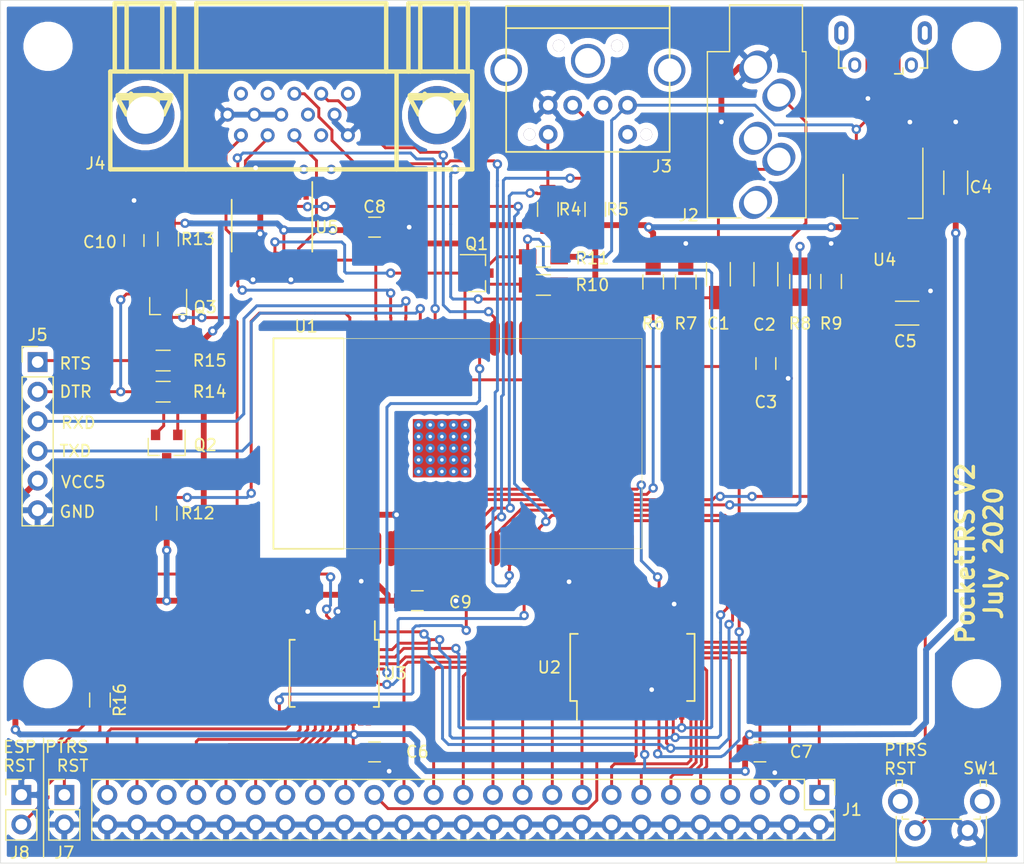
<source format=kicad_pcb>
(kicad_pcb (version 20171130) (host pcbnew "(5.1.5)-3")
  (layers (0 F.Cu signal) (31 B.Cu signal) (34 B.Paste user) (35 F.Paste user) (36 B.SilkS user) (37 F.SilkS user) (38 B.Mask user) (39 F.Mask user) (44 Edge.Cuts user))
  (net 0 "")
  (net 1 "Net-(C1-Pad1)")
  (net 2 CASS_IN)
  (net 3 "Net-(C2-Pad2)")
  (net 4 "Net-(C2-Pad1)")
  (net 5 GND)
  (net 6 +5V)
  (net 7 +3V3)
  (net 8 IOREQ_N)
  (net 9 M1_N)
  (net 10 EXTIOSEL_N)
  (net 11 IOWAIT_N)
  (net 12 IOINT_N)
  (net 13 RESET_N)
  (net 14 OUT_N)
  (net 15 IN_N)
  (net 16 A7)
  (net 17 A6)
  (net 18 A5)
  (net 19 A4)
  (net 20 A3)
  (net 21 A2)
  (net 22 A1)
  (net 23 A0)
  (net 24 D7)
  (net 25 D6)
  (net 26 D5)
  (net 27 D4)
  (net 28 D3)
  (net 29 D2)
  (net 30 D1)
  (net 31 D0)
  (net 32 PS2_DATA)
  (net 33 PS2_CLK)
  (net 34 VGA_HSYNC)
  (net 35 VGA_VSYNC)
  (net 36 RXD0)
  (net 37 TXD0)
  (net 38 ESP_RESET)
  (net 39 I00)
  (net 40 PTRS_RESET)
  (net 41 ESP_MISO)
  (net 42 MISO)
  (net 43 VGA_RED)
  (net 44 VGA_GREEN)
  (net 45 VGA_BLUE)
  (net 46 CASS_OUT)
  (net 47 CS23S08)
  (net 48 CS23S17)
  (net 49 MOSI)
  (net 50 SCK)
  (net 51 ESP_INT_N)
  (net 52 POT_VGA_BLUE)
  (net 53 POT_VGA_GREEN)
  (net 54 POT_VGA_RED)
  (net 55 "Net-(J5-Pad2)")
  (net 56 "Net-(J5-Pad1)")
  (net 57 CS43x1)
  (net 58 "Net-(Q2-Pad1)")
  (net 59 "Net-(Q3-Pad1)")
  (module Mounting_Holes:MountingHole_3.2mm_M3 (layer F.Cu) (at 248.666 120.523)
    (fp_text reference REF** hide)
    (fp_text value MountingHole_3.2mm_M3)
    (pad 1 np_thru_hole circle (at 0 0) (size 3.2 3.2) (drill 3.2) (layers *.Cu *.Mask))
  )
  (module Mounting_Holes:MountingHole_3.2mm_M3 (layer F.Cu) (at 169.164 120.523)
    (fp_text reference REF** hide)
    (fp_text value MountingHole_3.2mm_M3)
    (pad 1 np_thru_hole circle (at 0 0) (size 3.2 3.2) (drill 3.2) (layers *.Cu *.Mask))
  )
  (module Mounting_Holes:MountingHole_3.2mm_M3 (layer F.Cu) (at 248.666 65.913)
    (fp_text reference REF** hide)
    (fp_text value MountingHole_3.2mm_M3)
    (pad 1 np_thru_hole circle (at 0 0) (size 3.2 3.2) (drill 3.2) (layers *.Cu *.Mask))
  )
  (module Mounting_Holes:MountingHole_3.2mm_M3 (layer F.Cu) (at 169.164 65.913)
    (fp_text reference REF** hide)
    (fp_text value MountingHole_3.2mm_M3)
    (pad 1 np_thru_hole circle (at 0 0) (size 3.2 3.2) (drill 3.2) (layers *.Cu *.Mask))
  )
  (module PocketTRS_Connectors.pretty:DB_15F-VGA (layer F.Cu) (at 189.992 69.342 180)
    (fp_text reference J4 (at 16.764 -6.604 180) (layer F.SilkS))
    (fp_text value DB15_Female_HighDensity hide)
    (pad 15 thru_hole circle (at -4.8514 -0.6344 180) (size 1.19888 1.19888) (drill 0.70024) (layers *.Cu *.Mask))
    (pad 14 thru_hole circle (at -2.56032 -0.6344 180) (size 1.19888 1.19888) (drill 0.70024) (layers *.Cu *.Mask) (net 35 VGA_VSYNC))
    (pad 13 thru_hole circle (at -0.26924 -0.6344 180) (size 1.19888 1.19888) (drill 0.70024) (layers *.Cu *.Mask) (net 34 VGA_HSYNC))
    (pad 12 thru_hole circle (at 2.0193 -0.6344 180) (size 1.19888 1.19888) (drill 0.70024) (layers *.Cu *.Mask))
    (pad 11 thru_hole circle (at 4.31038 -0.6344 180) (size 1.19888 1.19888) (drill 0.70024) (layers *.Cu *.Mask))
    (pad 10 thru_hole circle (at -3.7084 -2.4257 180) (size 1.19888 1.19888) (drill 0.70024) (layers *.Cu *.Mask) (net 5 GND))
    (pad "" thru_hole circle (at -12.49426 -2.47142 180) (size 5.00126 5.00126) (drill 3.2004) (layers *.Cu *.Mask))
    (pad 6 thru_hole circle (at 5.45592 -2.4257 180) (size 1.19888 1.19888) (drill 0.70024) (layers *.Cu *.Mask) (net 5 GND))
    (pad 7 thru_hole circle (at 3.1623 -2.4257 180) (size 1.19888 1.19888) (drill 0.70024) (layers *.Cu *.Mask) (net 5 GND))
    (pad 8 thru_hole circle (at 0.8636 -2.4257 180) (size 1.19888 1.19888) (drill 0.70024) (layers *.Cu *.Mask) (net 5 GND))
    (pad 9 thru_hole circle (at -1.4351 -2.4257 180) (size 1.19888 1.19888) (drill 0.70024) (layers *.Cu *.Mask))
    (pad 5 thru_hole circle (at -4.84886 -4.1904 180) (size 1.19888 1.19888) (drill 0.70024) (layers *.Cu *.Mask) (net 5 GND))
    (pad 4 thru_hole circle (at -2.56032 -4.1904 180) (size 1.19888 1.19888) (drill 0.70024) (layers *.Cu *.Mask))
    (pad 1 thru_hole circle (at 4.31038 -4.1904 180) (size 1.19888 1.19888) (drill 0.65024) (layers *.Cu *.Mask) (net 54 POT_VGA_RED))
    (pad 2 thru_hole circle (at 2.0193 -4.1904 180) (size 1.19888 1.19888) (drill 0.70024) (layers *.Cu *.Mask) (net 53 POT_VGA_GREEN))
    (pad 3 thru_hole circle (at -0.2667 -4.1904 180) (size 1.19888 1.19888) (drill 0.70024) (layers *.Cu *.Mask) (net 52 POT_VGA_BLUE))
    (pad "" thru_hole circle (at 12.49426 -2.47142 180) (size 5.00126 5.00126) (drill 3.2004) (layers *.Cu *.Mask))
  )
  (module PocketTRS_Connectors.pretty:USBmicro-B (layer F.Cu) (at 240.665 64.77 180)
    (fp_text reference J6)
    (fp_text value USB_B_Micro)
    (pad "" thru_hole oval (at 2.425 -2.75 180) (size 1.1 1.3) (drill oval 0.6 0.8) (layers *.Cu *.Mask))
    (pad "" thru_hole oval (at -2.425 -2.75 180) (size 1.1 1.3) (drill oval 0.6 0.8) (layers *.Cu *.Mask))
    (pad 5 smd rect (at 1.3 -3.2512 180) (size 0.4 2.5) (layers F.Cu F.Paste F.Mask) (net 5 GND))
    (pad 4 smd rect (at 0.65 -2.675 180) (size 0.4 1.35) (layers F.Cu F.Paste F.Mask))
    (pad 3 smd rect (at 0 -2.675 180) (size 0.4 1.35) (layers F.Cu F.Paste F.Mask))
    (pad 2 smd rect (at -0.65 -2.675 180) (size 0.4 1.35) (layers F.Cu F.Paste F.Mask))
    (pad 1 smd rect (at -1.3 -3.2512 180) (size 0.4 2.5) (layers F.Cu F.Paste F.Mask) (net 6 +5V))
    (pad "" thru_hole oval (at 3.575 0 180) (size 1.2 2) (drill oval 0.5 1.2) (layers *.Cu *.Mask F.Paste))
    (pad "" smd rect (at 0 0 180) (size 2 2) (layers F.Cu F.Paste F.Mask))
    (pad "" thru_hole oval (at -3.575 0 180) (size 1.2 2) (drill oval 0.5 1.2) (layers *.Cu *.Mask F.Paste))
  )
  (module esp32-wrover.pretty:ESP32-WROVER (layer F.Cu) (at 195.072 99.949 90)
    (fp_text reference U1 (at 10.033 -3.81 180) (layer F.SilkS))
    (fp_text value ESP32-WROVER-B hide)
    (pad 39 thru_hole circle (at 1.6 5.82 90) (size 0.8 0.8) (drill 0.3) (layers *.Cu *.Mask))
    (pad 39 thru_hole circle (at 1.6 6.82 90) (size 0.8 0.8) (drill 0.3) (layers *.Cu *.Mask))
    (pad 39 thru_hole circle (at 1.6 7.82 90) (size 0.8 0.8) (drill 0.3) (layers *.Cu *.Mask))
    (pad 39 thru_hole circle (at 1.6 8.82 90) (size 0.8 0.8) (drill 0.3) (layers *.Cu *.Mask))
    (pad 39 thru_hole circle (at 1.6 9.82 90) (size 0.8 0.8) (drill 0.3) (layers *.Cu *.Mask))
    (pad 39 thru_hole circle (at -0.4 5.82 90) (size 0.8 0.8) (drill 0.3) (layers *.Cu *.Mask))
    (pad 39 thru_hole circle (at -0.4 6.82 90) (size 0.8 0.8) (drill 0.3) (layers *.Cu *.Mask))
    (pad 39 thru_hole circle (at -0.4 7.82 90) (size 0.8 0.8) (drill 0.3) (layers *.Cu *.Mask))
    (pad 39 thru_hole circle (at -0.4 8.82 90) (size 0.8 0.8) (drill 0.3) (layers *.Cu *.Mask))
    (pad 39 thru_hole circle (at -0.4 9.82 90) (size 0.8 0.8) (drill 0.3) (layers *.Cu *.Mask))
    (pad 39 thru_hole circle (at 0.6 9.82 90) (size 0.8 0.8) (drill 0.3) (layers *.Cu *.Mask))
    (pad 39 thru_hole circle (at 0.6 8.82 90) (size 0.8 0.8) (drill 0.3) (layers *.Cu *.Mask))
    (pad 39 thru_hole circle (at 0.6 7.82 90) (size 0.8 0.8) (drill 0.3) (layers *.Cu *.Mask))
    (pad 39 thru_hole circle (at 0.6 6.82 90) (size 0.8 0.8) (drill 0.3) (layers *.Cu *.Mask))
    (pad 39 thru_hole circle (at 0.6 5.82 90) (size 0.8 0.8) (drill 0.3) (layers *.Cu *.Mask))
    (pad 39 thru_hole circle (at -1.4 5.82 90) (size 0.8 0.8) (drill 0.3) (layers *.Cu *.Mask))
    (pad 39 thru_hole circle (at -1.4 6.82 90) (size 0.8 0.8) (drill 0.3) (layers *.Cu *.Mask))
    (pad 39 thru_hole circle (at -1.4 7.82 90) (size 0.8 0.8) (drill 0.3) (layers *.Cu *.Mask))
    (pad 39 thru_hole circle (at -1.4 8.82 90) (size 0.8 0.8) (drill 0.3) (layers *.Cu *.Mask))
    (pad 39 thru_hole circle (at -1.4 9.82 90) (size 0.8 0.8) (drill 0.3) (layers *.Cu *.Mask))
    (pad 39 thru_hole circle (at -2.4 9.82 90) (size 0.8 0.8) (drill 0.3) (layers *.Cu *.Mask))
    (pad 39 thru_hole circle (at -2.4 8.82 90) (size 0.8 0.8) (drill 0.3) (layers *.Cu *.Mask))
    (pad 39 thru_hole circle (at -2.4 7.82 90) (size 0.8 0.8) (drill 0.3) (layers *.Cu *.Mask))
    (pad 39 thru_hole circle (at -2.4 6.82 90) (size 0.8 0.8) (drill 0.3) (layers *.Cu *.Mask))
    (pad 38 smd oval (at 9.03 0.91 90) (size 3 0.9) (layers F.Cu F.Paste F.Mask))
    (pad 37 smd oval (at 9.03 2.18 90) (size 3 0.9) (layers F.Cu F.Paste F.Mask) (net 45 VGA_BLUE))
    (pad 36 smd oval (at 9.03 3.45 90) (size 3 0.9) (layers F.Cu F.Paste F.Mask) (net 43 VGA_RED))
    (pad 35 smd oval (at 9.03 4.72 90) (size 3 0.9) (layers F.Cu F.Paste F.Mask) (net 37 TXD0))
    (pad 34 smd oval (at 9.03 5.99 90) (size 3 0.9) (layers F.Cu F.Paste F.Mask) (net 36 RXD0))
    (pad 33 smd oval (at 9.03 7.26 90) (size 3 0.9) (layers F.Cu F.Paste F.Mask) (net 44 VGA_GREEN))
    (pad 32 smd oval (at 9.03 8.53 90) (size 3 0.9) (layers F.Cu F.Paste F.Mask))
    (pad 31 smd oval (at 9.03 9.8 90) (size 3 0.9) (layers F.Cu F.Paste F.Mask) (net 41 ESP_MISO))
    (pad 30 smd oval (at 9.03 11.07 90) (size 3 0.9) (layers F.Cu F.Paste F.Mask) (net 47 CS23S08))
    (pad 29 smd oval (at 9.03 12.34 90) (size 3 0.9) (layers F.Cu F.Paste F.Mask) (net 35 VGA_VSYNC))
    (pad 28 smd oval (at 9.03 13.61 90) (size 3 0.9) (layers F.Cu F.Paste F.Mask))
    (pad 27 smd oval (at 9.03 14.88 90) (size 3 0.9) (layers F.Cu F.Paste F.Mask))
    (pad 26 smd oval (at 9.03 16.15 90) (size 3 0.9) (layers F.Cu F.Paste F.Mask) (net 57 CS43x1))
    (pad 25 smd oval (at 9.03 17.42 90) (size 3 0.9) (layers F.Cu F.Paste F.Mask) (net 39 I00))
    (pad 24 smd oval (at 9 18.72 90) (size 3 0.9) (layers F.Cu F.Paste F.Mask))
    (pad 23 smd oval (at 9 19.99 90) (size 3 0.9) (layers F.Cu F.Paste F.Mask) (net 48 CS23S17))
    (pad 22 smd oval (at 9 21.26 90) (size 3 0.9) (layers F.Cu F.Paste F.Mask))
    (pad 21 smd oval (at 9 22.53 90) (size 3 0.9) (layers F.Cu F.Paste F.Mask))
    (pad 20 smd oval (at 9 23.8 90) (size 3 0.9) (layers F.Cu F.Paste F.Mask))
    (pad 19 smd oval (at -9 23.8 90) (size 3 0.9) (layers F.Cu F.Paste F.Mask))
    (pad 18 smd oval (at -9 22.53 90) (size 3 0.9) (layers F.Cu F.Paste F.Mask))
    (pad 17 smd oval (at -9 21.26 90) (size 3 0.9) (layers F.Cu F.Paste F.Mask))
    (pad 16 smd oval (at -9 19.99 90) (size 3 0.9) (layers F.Cu F.Paste F.Mask) (net 49 MOSI))
    (pad 15 smd oval (at -9 18.72 90) (size 3 0.9) (layers F.Cu F.Paste F.Mask) (net 5 GND))
    (pad 14 smd oval (at -9 17.42 90) (size 3 0.9) (layers F.Cu F.Paste F.Mask))
    (pad 13 smd oval (at -9 16.15 90) (size 3 0.9) (layers F.Cu F.Paste F.Mask) (net 50 SCK))
    (pad 12 smd oval (at -9 14.88 90) (size 3 0.9) (layers F.Cu F.Paste F.Mask) (net 51 ESP_INT_N))
    (pad 11 smd oval (at -9 13.61 90) (size 3 0.9) (layers F.Cu F.Paste F.Mask) (net 34 VGA_HSYNC))
    (pad 10 smd oval (at -9 12.34 90) (size 3 0.9) (layers F.Cu F.Paste F.Mask) (net 46 CASS_OUT))
    (pad 9 smd oval (at -9 11.07 90) (size 3 0.9) (layers F.Cu F.Paste F.Mask) (net 32 PS2_DATA))
    (pad 8 smd oval (at -9 9.8 90) (size 3 0.9) (layers F.Cu F.Paste F.Mask) (net 33 PS2_CLK))
    (pad 7 smd oval (at -9 8.53 90) (size 3 0.9) (layers F.Cu F.Paste F.Mask) (net 40 PTRS_RESET))
    (pad 6 smd oval (at -9 7.26 90) (size 3 0.9) (layers F.Cu F.Paste F.Mask))
    (pad 5 smd oval (at -9 5.99 90) (size 3 0.9) (layers F.Cu F.Paste F.Mask))
    (pad 4 smd oval (at -9 4.72 90) (size 3 0.9) (layers F.Cu F.Paste F.Mask) (net 2 CASS_IN))
    (pad 3 smd oval (at -9 3.45 90) (size 3 0.9) (layers F.Cu F.Paste F.Mask) (net 38 ESP_RESET))
    (pad 2 smd oval (at -9 2.18 90) (size 3 0.9) (layers F.Cu F.Paste F.Mask) (net 7 +3V3))
    (pad 1 smd oval (at -9 0.91 90) (size 3 0.9) (layers F.Cu F.Paste F.Mask) (net 5 GND))
    (pad 39 smd rect (at -0.4 7.83 90) (size 5 5) (layers F.Cu F.Paste F.Mask))
    (pad 39 thru_hole circle (at -2.4 5.82 90) (size 0.8 0.8) (drill 0.3) (layers *.Cu *.Mask))
  )
  (module Pin_Headers:Pin_Header_Straight_2x25_Pitch2.54mm (layer F.Cu) (at 235.204 130.048 270)
    (fp_text reference J1 (at 1.27 -2.794 180) (layer F.SilkS))
    (fp_text value TRS-80)
    (pad 50 thru_hole oval (at 2.54 60.96 270) (size 1.7 1.7) (drill 1) (layers *.Cu *.Mask) (net 5 GND))
    (pad 49 thru_hole oval (at 0 60.96 270) (size 1.7 1.7) (drill 1) (layers *.Cu *.Mask) (net 8 IOREQ_N))
    (pad 48 thru_hole oval (at 2.54 58.42 270) (size 1.7 1.7) (drill 1) (layers *.Cu *.Mask) (net 5 GND))
    (pad 47 thru_hole oval (at 0 58.42 270) (size 1.7 1.7) (drill 1) (layers *.Cu *.Mask) (net 9 M1_N))
    (pad 46 thru_hole oval (at 2.54 55.88 270) (size 1.7 1.7) (drill 1) (layers *.Cu *.Mask) (net 5 GND))
    (pad 45 thru_hole oval (at 0 55.88 270) (size 1.7 1.7) (drill 1) (layers *.Cu *.Mask))
    (pad 44 thru_hole oval (at 2.54 53.34 270) (size 1.7 1.7) (drill 1) (layers *.Cu *.Mask) (net 5 GND))
    (pad 43 thru_hole oval (at 0 53.34 270) (size 1.7 1.7) (drill 1) (layers *.Cu *.Mask) (net 10 EXTIOSEL_N))
    (pad 42 thru_hole oval (at 2.54 50.8 270) (size 1.7 1.7) (drill 1) (layers *.Cu *.Mask) (net 5 GND))
    (pad 41 thru_hole oval (at 0 50.8 270) (size 1.7 1.7) (drill 1) (layers *.Cu *.Mask) (net 11 IOWAIT_N))
    (pad 40 thru_hole oval (at 2.54 48.26 270) (size 1.7 1.7) (drill 1) (layers *.Cu *.Mask) (net 5 GND))
    (pad 39 thru_hole oval (at 0 48.26 270) (size 1.7 1.7) (drill 1) (layers *.Cu *.Mask) (net 12 IOINT_N))
    (pad 38 thru_hole oval (at 2.54 45.72 270) (size 1.7 1.7) (drill 1) (layers *.Cu *.Mask) (net 5 GND))
    (pad 37 thru_hole oval (at 0 45.72 270) (size 1.7 1.7) (drill 1) (layers *.Cu *.Mask) (net 13 RESET_N))
    (pad 36 thru_hole oval (at 2.54 43.18 270) (size 1.7 1.7) (drill 1) (layers *.Cu *.Mask) (net 5 GND))
    (pad 35 thru_hole oval (at 0 43.18 270) (size 1.7 1.7) (drill 1) (layers *.Cu *.Mask) (net 14 OUT_N))
    (pad 34 thru_hole oval (at 2.54 40.64 270) (size 1.7 1.7) (drill 1) (layers *.Cu *.Mask) (net 5 GND))
    (pad 33 thru_hole oval (at 0 40.64 270) (size 1.7 1.7) (drill 1) (layers *.Cu *.Mask) (net 15 IN_N))
    (pad 32 thru_hole oval (at 2.54 38.1 270) (size 1.7 1.7) (drill 1) (layers *.Cu *.Mask) (net 5 GND))
    (pad 31 thru_hole oval (at 0 38.1 270) (size 1.7 1.7) (drill 1) (layers *.Cu *.Mask) (net 16 A7))
    (pad 30 thru_hole oval (at 2.54 35.56 270) (size 1.7 1.7) (drill 1) (layers *.Cu *.Mask) (net 5 GND))
    (pad 29 thru_hole oval (at 0 35.56 270) (size 1.7 1.7) (drill 1) (layers *.Cu *.Mask) (net 17 A6))
    (pad 28 thru_hole oval (at 2.54 33.02 270) (size 1.7 1.7) (drill 1) (layers *.Cu *.Mask) (net 5 GND))
    (pad 27 thru_hole oval (at 0 33.02 270) (size 1.7 1.7) (drill 1) (layers *.Cu *.Mask) (net 18 A5))
    (pad 26 thru_hole oval (at 2.54 30.48 270) (size 1.7 1.7) (drill 1) (layers *.Cu *.Mask) (net 5 GND))
    (pad 25 thru_hole oval (at 0 30.48 270) (size 1.7 1.7) (drill 1) (layers *.Cu *.Mask) (net 19 A4))
    (pad 24 thru_hole oval (at 2.54 27.94 270) (size 1.7 1.7) (drill 1) (layers *.Cu *.Mask) (net 5 GND))
    (pad 23 thru_hole oval (at 0 27.94 270) (size 1.7 1.7) (drill 1) (layers *.Cu *.Mask) (net 20 A3))
    (pad 22 thru_hole oval (at 2.54 25.4 270) (size 1.7 1.7) (drill 1) (layers *.Cu *.Mask) (net 5 GND))
    (pad 21 thru_hole oval (at 0 25.4 270) (size 1.7 1.7) (drill 1) (layers *.Cu *.Mask) (net 21 A2))
    (pad 20 thru_hole oval (at 2.54 22.86 270) (size 1.7 1.7) (drill 1) (layers *.Cu *.Mask) (net 5 GND))
    (pad 19 thru_hole oval (at 0 22.86 270) (size 1.7 1.7) (drill 1) (layers *.Cu *.Mask) (net 22 A1))
    (pad 18 thru_hole oval (at 2.54 20.32 270) (size 1.7 1.7) (drill 1) (layers *.Cu *.Mask) (net 5 GND))
    (pad 17 thru_hole oval (at 0 20.32 270) (size 1.7 1.7) (drill 1) (layers *.Cu *.Mask) (net 23 A0))
    (pad 16 thru_hole oval (at 2.54 17.78 270) (size 1.7 1.7) (drill 1) (layers *.Cu *.Mask) (net 5 GND))
    (pad 15 thru_hole oval (at 0 17.78 270) (size 1.7 1.7) (drill 1) (layers *.Cu *.Mask) (net 24 D7))
    (pad 14 thru_hole oval (at 2.54 15.24 270) (size 1.7 1.7) (drill 1) (layers *.Cu *.Mask) (net 5 GND))
    (pad 13 thru_hole oval (at 0 15.24 270) (size 1.7 1.7) (drill 1) (layers *.Cu *.Mask) (net 25 D6))
    (pad 12 thru_hole oval (at 2.54 12.7 270) (size 1.7 1.7) (drill 1) (layers *.Cu *.Mask) (net 5 GND))
    (pad 11 thru_hole oval (at 0 12.7 270) (size 1.7 1.7) (drill 1) (layers *.Cu *.Mask) (net 26 D5))
    (pad 10 thru_hole oval (at 2.54 10.16 270) (size 1.7 1.7) (drill 1) (layers *.Cu *.Mask) (net 5 GND))
    (pad 9 thru_hole oval (at 0 10.16 270) (size 1.7 1.7) (drill 1) (layers *.Cu *.Mask) (net 27 D4))
    (pad 8 thru_hole oval (at 2.54 7.62 270) (size 1.7 1.7) (drill 1) (layers *.Cu *.Mask) (net 5 GND))
    (pad 7 thru_hole oval (at 0 7.62 270) (size 1.7 1.7) (drill 1) (layers *.Cu *.Mask) (net 28 D3))
    (pad 6 thru_hole oval (at 2.54 5.08 270) (size 1.7 1.7) (drill 1) (layers *.Cu *.Mask) (net 5 GND))
    (pad 5 thru_hole oval (at 0 5.08 270) (size 1.7 1.7) (drill 1) (layers *.Cu *.Mask) (net 29 D2))
    (pad 4 thru_hole oval (at 2.54 2.54 270) (size 1.7 1.7) (drill 1) (layers *.Cu *.Mask) (net 5 GND))
    (pad 3 thru_hole oval (at 0 2.54 270) (size 1.7 1.7) (drill 1) (layers *.Cu *.Mask) (net 30 D1))
    (pad 2 thru_hole oval (at 2.54 0 270) (size 1.7 1.7) (drill 1) (layers *.Cu *.Mask) (net 5 GND))
    (pad 1 thru_hole rect (at 0 0 270) (size 1.7 1.7) (drill 1) (layers *.Cu *.Mask) (net 31 D0))
  )
  (module Pin_Headers:Pin_Header_Straight_1x06_Pitch2.54mm (layer F.Cu) (at 168.275 92.964)
    (fp_text reference J5 (at 0 -2.33) (layer F.SilkS))
    (fp_text value Programmer)
    (pad 6 thru_hole oval (at 0 12.7) (size 1.7 1.7) (drill 1) (layers *.Cu *.Mask) (net 5 GND))
    (pad 5 thru_hole oval (at 0 10.16) (size 1.7 1.7) (drill 1) (layers *.Cu *.Mask) (net 6 +5V))
    (pad 4 thru_hole oval (at 0 7.62) (size 1.7 1.7) (drill 1) (layers *.Cu *.Mask) (net 36 RXD0))
    (pad 3 thru_hole oval (at 0 5.08) (size 1.7 1.7) (drill 1) (layers *.Cu *.Mask) (net 37 TXD0))
    (pad 2 thru_hole oval (at 0 2.54) (size 1.7 1.7) (drill 1) (layers *.Cu *.Mask) (net 55 "Net-(J5-Pad2)"))
    (pad 1 thru_hole rect (at 0 0) (size 1.7 1.7) (drill 1) (layers *.Cu *.Mask) (net 56 "Net-(J5-Pad1)"))
  )
  (module Pin_Headers:Pin_Header_Straight_1x02_Pitch2.54mm (layer F.Cu) (at 170.561 130.048)
    (fp_text reference J7 (at 0 4.953) (layer F.SilkS))
    (fp_text value PTRS_RESET)
    (pad 2 thru_hole oval (at 0 2.54) (size 1.7 1.7) (drill 1) (layers *.Cu *.Mask) (net 5 GND))
    (pad 1 thru_hole rect (at 0 0) (size 1.7 1.7) (drill 1) (layers *.Cu *.Mask) (net 40 PTRS_RESET))
  )
  (module Pin_Headers:Pin_Header_Straight_1x02_Pitch2.54mm (layer F.Cu) (at 166.878 130.048)
    (fp_text reference J8 (at -0.127 4.953) (layer F.SilkS))
    (fp_text value ESP_RESET)
    (pad 1 thru_hole rect (at 0 0) (size 1.7 1.7) (drill 1) (layers *.Cu *.Mask) (net 5 GND))
    (pad 2 thru_hole oval (at 0 2.54) (size 1.7 1.7) (drill 1) (layers *.Cu *.Mask) (net 38 ESP_RESET))
  )
  (module TO_SOT_Packages_SMD:SOT-223-3_TabPin2 (layer F.Cu) (at 240.665 78.74 270)
    (fp_text reference U4 (at 5.461 -0.127 180) (layer F.SilkS))
    (fp_text value AMS1117-3.3)
    (pad 1 smd rect (at -3.15 -2.3 270) (size 2 1.5) (layers F.Cu F.Paste F.Mask) (net 5 GND))
    (pad 3 smd rect (at -3.15 2.3 270) (size 2 1.5) (layers F.Cu F.Paste F.Mask) (net 6 +5V))
    (pad 2 smd rect (at -3.15 0 270) (size 2 1.5) (layers F.Cu F.Paste F.Mask) (net 7 +3V3))
    (pad 2 smd rect (at 3.15 0 270) (size 2 3.8) (layers F.Cu F.Paste F.Mask) (net 7 +3V3))
  )
  (module Buttons_Switches_THT:SW_Tactile_SPST_Angled_PTS645Vx31-2LFS (layer F.Cu) (at 247.904 133.096 180)
    (fp_text reference SW1 (at -1.143 5.334) (layer F.SilkS))
    (fp_text value SW_Push)
    (pad "" thru_hole circle (at -1.25 2.49 180) (size 2.1 2.1) (drill 1.3) (layers *.Cu *.Mask))
    (pad 1 thru_hole circle (at 0 0 180) (size 1.75 1.75) (drill 0.99) (layers *.Cu *.Mask) (net 5 GND))
    (pad 2 thru_hole circle (at 4.5 0 180) (size 1.75 1.75) (drill 0.99) (layers *.Cu *.Mask) (net 40 PTRS_RESET))
    (pad "" thru_hole circle (at 5.76 2.49 180) (size 2.1 2.1) (drill 1.3) (layers *.Cu *.Mask))
  )
  (module PocketTRS_Connectors.pretty:Jack_3.5mm_CUI_SJ1-3535NG_Horizontal_CircularHoles (layer F.Cu) (at 229.743 67.691)
    (fp_text reference J2 (at -5.715 12.7) (layer F.SilkS))
    (fp_text value AudioJack3)
    (pad S thru_hole oval (at 0 0 45) (size 3 2.4) (drill 2) (layers *.Cu *.Mask) (net 5 GND))
    (pad T thru_hole oval (at 2 2.4 45) (size 3 2.4) (drill 2) (layers *.Cu *.Mask) (net 3 "Net-(C2-Pad2)"))
    (pad R thru_hole oval (at 2 7.9 45) (size 3 2.4) (drill 2) (layers *.Cu *.Mask) (net 1 "Net-(C1-Pad1)"))
    (pad TN thru_hole oval (at 0 11.6 45) (size 3 2.4) (drill 2) (layers *.Cu *.Mask))
    (pad RN thru_hole oval (at 0 6.1 45) (size 3 2.4) (drill 2) (layers *.Cu *.Mask))
  )
  (module PocketTRS_Connectors.pretty:minidin_6_ps2_pcb_mount (layer F.Cu) (at 215.392 68.707)
    (fp_text reference J3 (at 6.35 7.493) (layer F.SilkS))
    (fp_text value Mini-DIN-6 hide)
    (pad M1 thru_hole circle (at -2.5 -2.85) (size 1 1) (drill 1) (layers *.Cu *.Mask))
    (pad M2 thru_hole circle (at 2.5 -2.85) (size 1 1) (drill 1) (layers *.Cu *.Mask))
    (pad S1 thru_hole circle (at 0 -1.55) (size 2.9 2.9) (drill 2.2) (layers *.Cu *.Mask))
    (pad S2 thru_hole circle (at -7 -0.75) (size 2.7 2.7) (drill 2) (layers *.Cu *.Mask))
    (pad S3 thru_hole circle (at 7 -0.75) (size 2.7 2.7) (drill 2) (layers *.Cu *.Mask))
    (pad M3 thru_hole circle (at -5 4.75) (size 1 1) (drill 1) (layers *.Cu *.Mask))
    (pad M4 thru_hole circle (at 5 4.75) (size 1 1) (drill 1) (layers *.Cu *.Mask))
    (pad 1 thru_hole circle (at -1.3 2.25) (size 1.6 1.6) (drill 0.9) (layers *.Cu *.Mask) (net 32 PS2_DATA))
    (pad 2 thru_hole circle (at 1.3 2.25) (size 1.6 1.6) (drill 0.9) (layers *.Cu *.Mask))
    (pad 3 thru_hole circle (at -3.4 2.25) (size 1.6 1.6) (drill 0.9) (layers *.Cu *.Mask) (net 5 GND))
    (pad 4 thru_hole circle (at 3.4 2.25) (size 1.6 1.6) (drill 0.9) (layers *.Cu *.Mask) (net 6 +5V))
    (pad 5 thru_hole circle (at -3.4 4.75) (size 1.6 1.6) (drill 0.9) (layers *.Cu *.Mask) (net 33 PS2_CLK))
    (pad 6 thru_hole circle (at 3.4 4.75) (size 1.6 1.6) (drill 0.9) (layers *.Cu *.Mask))
  )
  (module Capacitors_SMD:C_1206_HandSoldering (layer F.Cu) (at 226.568 85.439 270)
    (fp_text reference C1 (at 4.223 0 180) (layer F.SilkS))
    (fp_text value 10U)
    (pad 2 smd rect (at 2 0 270) (size 2 1.6) (layers F.Cu F.Paste F.Mask) (net 2 CASS_IN))
    (pad 1 smd rect (at -2 0 270) (size 2 1.6) (layers F.Cu F.Paste F.Mask) (net 1 "Net-(C1-Pad1)"))
  )
  (module Capacitors_SMD:C_1206_HandSoldering (layer F.Cu) (at 230.632 85.439 90)
    (fp_text reference C2 (at -4.318 -0.127 180) (layer F.SilkS))
    (fp_text value 10U)
    (pad 1 smd rect (at -2 0 90) (size 2 1.6) (layers F.Cu F.Paste F.Mask) (net 4 "Net-(C2-Pad1)"))
    (pad 2 smd rect (at 2 0 90) (size 2 1.6) (layers F.Cu F.Paste F.Mask) (net 3 "Net-(C2-Pad2)"))
  )
  (module Capacitors_SMD:C_0805_HandSoldering (layer F.Cu) (at 230.632 93.091 270)
    (fp_text reference C3 (at 3.302 0 180) (layer F.SilkS))
    (fp_text value 100n)
    (pad 1 smd rect (at -1.25 0 270) (size 1.5 1.25) (layers F.Cu F.Paste F.Mask) (net 4 "Net-(C2-Pad1)"))
    (pad 2 smd rect (at 1.25 0 270) (size 1.5 1.25) (layers F.Cu F.Paste F.Mask) (net 5 GND))
  )
  (module Capacitors_SMD:C_1206_HandSoldering (layer F.Cu) (at 246.888 77.597 90)
    (fp_text reference C4 (at -0.381 2.159 180) (layer F.SilkS))
    (fp_text value 100U)
    (pad 1 smd rect (at -2 0 90) (size 2 1.6) (layers F.Cu F.Paste F.Mask) (net 6 +5V))
    (pad 2 smd rect (at 2 0 90) (size 2 1.6) (layers F.Cu F.Paste F.Mask) (net 5 GND))
  )
  (module Capacitors_SMD:C_1206_HandSoldering (layer F.Cu) (at 242.729 88.773)
    (fp_text reference C5 (at -0.159 2.413) (layer F.SilkS))
    (fp_text value 100U)
    (pad 2 smd rect (at 2 0) (size 2 1.6) (layers F.Cu F.Paste F.Mask) (net 5 GND))
    (pad 1 smd rect (at -2 0) (size 2 1.6) (layers F.Cu F.Paste F.Mask) (net 7 +3V3))
  )
  (module Capacitors_SMD:C_0805_HandSoldering (layer F.Cu) (at 197.124 126.365)
    (fp_text reference C6 (at 3.663 0) (layer F.SilkS))
    (fp_text value 100N)
    (pad 1 smd rect (at -1.25 0) (size 1.5 1.25) (layers F.Cu F.Paste F.Mask) (net 6 +5V))
    (pad 2 smd rect (at 1.25 0) (size 1.5 1.25) (layers F.Cu F.Paste F.Mask) (net 5 GND))
  )
  (module Capacitors_SMD:C_0805_HandSoldering (layer F.Cu) (at 230.124 126.365)
    (fp_text reference C7 (at 3.536 0) (layer F.SilkS))
    (fp_text value 100N)
    (pad 2 smd rect (at 1.25 0) (size 1.5 1.25) (layers F.Cu F.Paste F.Mask) (net 5 GND))
    (pad 1 smd rect (at -1.25 0) (size 1.5 1.25) (layers F.Cu F.Paste F.Mask) (net 6 +5V))
  )
  (module Capacitors_SMD:C_0805_HandSoldering (layer F.Cu) (at 197.124 81.407)
    (fp_text reference C8 (at 0 -1.75) (layer F.SilkS))
    (fp_text value 100N)
    (pad 1 smd rect (at -1.25 0) (size 1.5 1.25) (layers F.Cu F.Paste F.Mask) (net 7 +3V3))
    (pad 2 smd rect (at 1.25 0) (size 1.5 1.25) (layers F.Cu F.Paste F.Mask) (net 5 GND))
  )
  (module Capacitors_SMD:C_0805_HandSoldering (layer F.Cu) (at 200.787 113.411)
    (fp_text reference C9 (at 3.683 0.127) (layer F.SilkS))
    (fp_text value 100N)
    (pad 2 smd rect (at 1.25 0) (size 1.5 1.25) (layers F.Cu F.Paste F.Mask) (net 5 GND))
    (pad 1 smd rect (at -1.25 0) (size 1.5 1.25) (layers F.Cu F.Paste F.Mask) (net 7 +3V3))
  )
  (module Capacitors_SMD:C_0805_HandSoldering (layer F.Cu) (at 176.53 82.55 90)
    (fp_text reference C10 (at -0.127 -2.921 180) (layer F.SilkS))
    (fp_text value 100n)
    (pad 2 smd rect (at 1.25 0 90) (size 1.5 1.25) (layers F.Cu F.Paste F.Mask) (net 5 GND))
    (pad 1 smd rect (at -1.25 0 90) (size 1.5 1.25) (layers F.Cu F.Paste F.Mask) (net 38 ESP_RESET))
  )
  (module Resistors_SMD:R_0805_HandSoldering (layer F.Cu) (at 211.963 79.883 270)
    (fp_text reference R4 (at 0 -1.905 180) (layer F.SilkS))
    (fp_text value 2K)
    (pad 1 smd rect (at -1.35 0 270) (size 1.5 1.3) (layers F.Cu F.Paste F.Mask) (net 33 PS2_CLK))
    (pad 2 smd rect (at 1.35 0 270) (size 1.5 1.3) (layers F.Cu F.Paste F.Mask) (net 7 +3V3))
  )
  (module Resistors_SMD:R_0805_HandSoldering (layer F.Cu) (at 216.027 79.883 270)
    (fp_text reference R5 (at 0 -1.905 180) (layer F.SilkS))
    (fp_text value 2K)
    (pad 2 smd rect (at 1.35 0 270) (size 1.5 1.3) (layers F.Cu F.Paste F.Mask) (net 7 +3V3))
    (pad 1 smd rect (at -1.35 0 270) (size 1.5 1.3) (layers F.Cu F.Paste F.Mask) (net 32 PS2_DATA))
  )
  (module Resistors_SMD:R_0805_HandSoldering (layer F.Cu) (at 220.98 86.106 270)
    (fp_text reference R6 (at 3.556 0 180) (layer F.SilkS))
    (fp_text value 4K7)
    (pad 2 smd rect (at 1.35 0 270) (size 1.5 1.3) (layers F.Cu F.Paste F.Mask) (net 2 CASS_IN))
    (pad 1 smd rect (at -1.35 0 270) (size 1.5 1.3) (layers F.Cu F.Paste F.Mask) (net 7 +3V3))
  )
  (module Resistors_SMD:R_0805_HandSoldering (layer F.Cu) (at 223.774 86.106 90)
    (fp_text reference R7 (at -3.556 0 180) (layer F.SilkS))
    (fp_text value 4K7)
    (pad 1 smd rect (at -1.35 0 90) (size 1.5 1.3) (layers F.Cu F.Paste F.Mask) (net 2 CASS_IN))
    (pad 2 smd rect (at 1.35 0 90) (size 1.5 1.3) (layers F.Cu F.Paste F.Mask) (net 5 GND))
  )
  (module Resistors_SMD:R_0805_HandSoldering (layer F.Cu) (at 233.553 86.059 90)
    (fp_text reference R8 (at -3.603 0 180) (layer F.SilkS))
    (fp_text value 270R)
    (pad 1 smd rect (at -1.35 0 90) (size 1.5 1.3) (layers F.Cu F.Paste F.Mask) (net 4 "Net-(C2-Pad1)"))
    (pad 2 smd rect (at 1.303 0 90) (size 1.5 1.3) (layers F.Cu F.Paste F.Mask) (net 46 CASS_OUT))
  )
  (module Resistors_SMD:R_0805_HandSoldering (layer F.Cu) (at 236.22 86.059 90)
    (fp_text reference R9 (at -3.603 0 180) (layer F.SilkS))
    (fp_text value 150R)
    (pad 2 smd rect (at 1.35 0 90) (size 1.5 1.3) (layers F.Cu F.Paste F.Mask) (net 5 GND))
    (pad 1 smd rect (at -1.35 0 90) (size 1.5 1.3) (layers F.Cu F.Paste F.Mask) (net 4 "Net-(C2-Pad1)"))
  )
  (module Resistors_SMD:R_0805_HandSoldering (layer F.Cu) (at 211.582 86.36 180)
    (fp_text reference R10 (at -4.191 0) (layer F.SilkS))
    (fp_text value 10K)
    (pad 2 smd rect (at 1.35 0 180) (size 1.5 1.3) (layers F.Cu F.Paste F.Mask) (net 41 ESP_MISO))
    (pad 1 smd rect (at -1.35 0 180) (size 1.5 1.3) (layers F.Cu F.Paste F.Mask) (net 7 +3V3))
  )
  (module Resistors_SMD:R_0805_HandSoldering (layer F.Cu) (at 211.582 83.947 180)
    (fp_text reference R11 (at -4.191 -0.127) (layer F.SilkS))
    (fp_text value 10K)
    (pad 1 smd rect (at -1.35 0 180) (size 1.5 1.3) (layers F.Cu F.Paste F.Mask) (net 6 +5V))
    (pad 2 smd rect (at 1.35 0 180) (size 1.5 1.3) (layers F.Cu F.Paste F.Mask) (net 42 MISO))
  )
  (module Resistors_SMD:R_0805_HandSoldering (layer F.Cu) (at 179.324 105.918 90)
    (fp_text reference R12 (at 0 2.667 180) (layer F.SilkS))
    (fp_text value 4K7)
    (pad 2 smd rect (at 1.35 0 90) (size 1.5 1.3) (layers F.Cu F.Paste F.Mask) (net 39 I00))
    (pad 1 smd rect (at -1.35 0 90) (size 1.5 1.3) (layers F.Cu F.Paste F.Mask) (net 7 +3V3))
  )
  (module Resistors_SMD:R_0805_HandSoldering (layer F.Cu) (at 179.451 82.423 270)
    (fp_text reference R13 (at 0 -2.54 180) (layer F.SilkS))
    (fp_text value 4K7)
    (pad 2 smd rect (at 1.35 0 270) (size 1.5 1.3) (layers F.Cu F.Paste F.Mask) (net 38 ESP_RESET))
    (pad 1 smd rect (at -1.35 0 270) (size 1.5 1.3) (layers F.Cu F.Paste F.Mask) (net 7 +3V3))
  )
  (module Resistors_SMD:R_0805_HandSoldering (layer F.Cu) (at 179.023 95.504 180)
    (fp_text reference R14 (at -3.984 0) (layer F.SilkS))
    (fp_text value 12K)
    (pad 1 smd rect (at -1.35 0 180) (size 1.5 1.3) (layers F.Cu F.Paste F.Mask) (net 58 "Net-(Q2-Pad1)"))
    (pad 2 smd rect (at 1.35 0 180) (size 1.5 1.3) (layers F.Cu F.Paste F.Mask) (net 55 "Net-(J5-Pad2)"))
  )
  (module Resistors_SMD:R_0805_HandSoldering (layer F.Cu) (at 179.023 92.837 180)
    (fp_text reference R15 (at -3.984 0) (layer F.SilkS))
    (fp_text value 12K)
    (pad 1 smd rect (at -1.35 0 180) (size 1.5 1.3) (layers F.Cu F.Paste F.Mask) (net 59 "Net-(Q3-Pad1)"))
    (pad 2 smd rect (at 1.35 0 180) (size 1.5 1.3) (layers F.Cu F.Paste F.Mask) (net 56 "Net-(J5-Pad1)"))
  )
  (module Resistors_SMD:R_0805_HandSoldering (layer F.Cu) (at 173.609 121.92 270)
    (fp_text reference R16 (at 0 -1.7 90) (layer F.SilkS))
    (fp_text value 4K7)
    (pad 2 smd rect (at 1.35 0 270) (size 1.5 1.3) (layers F.Cu F.Paste F.Mask) (net 40 PTRS_RESET))
    (pad 1 smd rect (at -1.35 0 270) (size 1.5 1.3) (layers F.Cu F.Paste F.Mask) (net 7 +3V3))
  )
  (module Housings_SSOP:SSOP-28_5.3x10.2mm_Pitch0.65mm (layer F.Cu) (at 219.202 119.126 90)
    (fp_text reference U2 (at 0 -7.112 180) (layer F.SilkS))
    (fp_text value MCP23S17_SP)
    (pad 28 smd rect (at 3.6 -4.225 90) (size 1.75 0.45) (layers F.Cu F.Paste F.Mask) (net 24 D7))
    (pad 27 smd rect (at 3.6 -3.575 90) (size 1.75 0.45) (layers F.Cu F.Paste F.Mask) (net 25 D6))
    (pad 26 smd rect (at 3.6 -2.925 90) (size 1.75 0.45) (layers F.Cu F.Paste F.Mask) (net 26 D5))
    (pad 25 smd rect (at 3.6 -2.275 90) (size 1.75 0.45) (layers F.Cu F.Paste F.Mask) (net 27 D4))
    (pad 24 smd rect (at 3.6 -1.625 90) (size 1.75 0.45) (layers F.Cu F.Paste F.Mask) (net 28 D3))
    (pad 23 smd rect (at 3.6 -0.975 90) (size 1.75 0.45) (layers F.Cu F.Paste F.Mask) (net 29 D2))
    (pad 22 smd rect (at 3.6 -0.325 90) (size 1.75 0.45) (layers F.Cu F.Paste F.Mask) (net 30 D1))
    (pad 21 smd rect (at 3.6 0.325 90) (size 1.75 0.45) (layers F.Cu F.Paste F.Mask) (net 31 D0))
    (pad 20 smd rect (at 3.6 0.975 90) (size 1.75 0.45) (layers F.Cu F.Paste F.Mask))
    (pad 19 smd rect (at 3.6 1.625 90) (size 1.75 0.45) (layers F.Cu F.Paste F.Mask))
    (pad 18 smd rect (at 3.6 2.275 90) (size 1.75 0.45) (layers F.Cu F.Paste F.Mask) (net 38 ESP_RESET))
    (pad 17 smd rect (at 3.6 2.925 90) (size 1.75 0.45) (layers F.Cu F.Paste F.Mask) (net 5 GND))
    (pad 16 smd rect (at 3.6 3.575 90) (size 1.75 0.45) (layers F.Cu F.Paste F.Mask) (net 5 GND))
    (pad 15 smd rect (at 3.6 4.225 90) (size 1.75 0.45) (layers F.Cu F.Paste F.Mask) (net 5 GND))
    (pad 14 smd rect (at -3.6 4.225 90) (size 1.75 0.45) (layers F.Cu F.Paste F.Mask) (net 42 MISO))
    (pad 13 smd rect (at -3.6 3.575 90) (size 1.75 0.45) (layers F.Cu F.Paste F.Mask) (net 49 MOSI))
    (pad 12 smd rect (at -3.6 2.925 90) (size 1.75 0.45) (layers F.Cu F.Paste F.Mask) (net 50 SCK))
    (pad 11 smd rect (at -3.6 2.275 90) (size 1.75 0.45) (layers F.Cu F.Paste F.Mask) (net 48 CS23S17))
    (pad 10 smd rect (at -3.6 1.625 90) (size 1.75 0.45) (layers F.Cu F.Paste F.Mask) (net 5 GND))
    (pad 9 smd rect (at -3.6 0.975 90) (size 1.75 0.45) (layers F.Cu F.Paste F.Mask) (net 6 +5V))
    (pad 8 smd rect (at -3.6 0.325 90) (size 1.75 0.45) (layers F.Cu F.Paste F.Mask) (net 16 A7))
    (pad 7 smd rect (at -3.6 -0.325 90) (size 1.75 0.45) (layers F.Cu F.Paste F.Mask) (net 17 A6))
    (pad 6 smd rect (at -3.6 -0.975 90) (size 1.75 0.45) (layers F.Cu F.Paste F.Mask) (net 18 A5))
    (pad 5 smd rect (at -3.6 -1.625 90) (size 1.75 0.45) (layers F.Cu F.Paste F.Mask) (net 19 A4))
    (pad 4 smd rect (at -3.6 -2.275 90) (size 1.75 0.45) (layers F.Cu F.Paste F.Mask) (net 20 A3))
    (pad 3 smd rect (at -3.6 -2.925 90) (size 1.75 0.45) (layers F.Cu F.Paste F.Mask) (net 21 A2))
    (pad 2 smd rect (at -3.6 -3.575 90) (size 1.75 0.45) (layers F.Cu F.Paste F.Mask) (net 22 A1))
    (pad 1 smd rect (at -3.6 -4.225 90) (size 1.75 0.45) (layers F.Cu F.Paste F.Mask) (net 23 A0))
  )
  (module Housings_SSOP:SSOP-20_5.3x7.2mm_Pitch0.65mm (layer F.Cu) (at 193.675 119.634 270)
    (fp_text reference U3 (at 0 -5.207 180) (layer F.SilkS))
    (fp_text value MCP23S08-E_P-ND)
    (pad 20 smd rect (at 3.6 -2.925 270) (size 1.75 0.45) (layers F.Cu F.Paste F.Mask))
    (pad 19 smd rect (at 3.6 -2.275 270) (size 1.75 0.45) (layers F.Cu F.Paste F.Mask))
    (pad 18 smd rect (at 3.6 -1.625 270) (size 1.75 0.45) (layers F.Cu F.Paste F.Mask) (net 6 +5V))
    (pad 17 smd rect (at 3.6 -0.975 270) (size 1.75 0.45) (layers F.Cu F.Paste F.Mask) (net 15 IN_N))
    (pad 16 smd rect (at 3.6 -0.325 270) (size 1.75 0.45) (layers F.Cu F.Paste F.Mask) (net 14 OUT_N))
    (pad 15 smd rect (at 3.6 0.325 270) (size 1.75 0.45) (layers F.Cu F.Paste F.Mask) (net 13 RESET_N))
    (pad 14 smd rect (at 3.6 0.975 270) (size 1.75 0.45) (layers F.Cu F.Paste F.Mask) (net 12 IOINT_N))
    (pad 13 smd rect (at 3.6 1.625 270) (size 1.75 0.45) (layers F.Cu F.Paste F.Mask) (net 11 IOWAIT_N))
    (pad 12 smd rect (at 3.6 2.275 270) (size 1.75 0.45) (layers F.Cu F.Paste F.Mask) (net 10 EXTIOSEL_N))
    (pad 11 smd rect (at 3.6 2.925 270) (size 1.75 0.45) (layers F.Cu F.Paste F.Mask) (net 9 M1_N))
    (pad 10 smd rect (at -3.6 2.925 270) (size 1.75 0.45) (layers F.Cu F.Paste F.Mask) (net 8 IOREQ_N))
    (pad 9 smd rect (at -3.6 2.275 270) (size 1.75 0.45) (layers F.Cu F.Paste F.Mask) (net 5 GND))
    (pad 8 smd rect (at -3.6 1.625 270) (size 1.75 0.45) (layers F.Cu F.Paste F.Mask) (net 51 ESP_INT_N))
    (pad 7 smd rect (at -3.6 0.975 270) (size 1.75 0.45) (layers F.Cu F.Paste F.Mask) (net 47 CS23S08))
    (pad 6 smd rect (at -3.6 0.325 270) (size 1.75 0.45) (layers F.Cu F.Paste F.Mask) (net 38 ESP_RESET))
    (pad 5 smd rect (at -3.6 -0.325 270) (size 1.75 0.45) (layers F.Cu F.Paste F.Mask) (net 5 GND))
    (pad 4 smd rect (at -3.6 -0.975 270) (size 1.75 0.45) (layers F.Cu F.Paste F.Mask) (net 5 GND))
    (pad 3 smd rect (at -3.6 -1.625 270) (size 1.75 0.45) (layers F.Cu F.Paste F.Mask) (net 42 MISO))
    (pad 2 smd rect (at -3.6 -2.275 270) (size 1.75 0.45) (layers F.Cu F.Paste F.Mask) (net 49 MOSI))
    (pad 1 smd rect (at -3.6 -2.925 270) (size 1.75 0.45) (layers F.Cu F.Paste F.Mask) (net 50 SCK))
  )
  (module Housings_SSOP:TSSOP-20_4.4x6.5mm_Pitch0.65mm (layer F.Cu) (at 188.341 81.28 270)
    (fp_text reference U5 (at 0.127 -4.699 180) (layer F.SilkS))
    (fp_text value MCP43x1)
    (pad 20 smd rect (at 2.95 -2.925 270) (size 1.45 0.45) (layers F.Cu F.Paste F.Mask) (net 45 VGA_BLUE))
    (pad 19 smd rect (at 2.95 -2.275 270) (size 1.45 0.45) (layers F.Cu F.Paste F.Mask) (net 52 POT_VGA_BLUE))
    (pad 18 smd rect (at 2.95 -1.625 270) (size 1.45 0.45) (layers F.Cu F.Paste F.Mask) (net 5 GND))
    (pad 17 smd rect (at 2.95 -0.975 270) (size 1.45 0.45) (layers F.Cu F.Paste F.Mask) (net 7 +3V3))
    (pad 16 smd rect (at 2.95 -0.325 270) (size 1.45 0.45) (layers F.Cu F.Paste F.Mask) (net 42 MISO))
    (pad 15 smd rect (at 2.95 0.325 270) (size 1.45 0.45) (layers F.Cu F.Paste F.Mask))
    (pad 14 smd rect (at 2.95 0.975 270) (size 1.45 0.45) (layers F.Cu F.Paste F.Mask))
    (pad 13 smd rect (at 2.95 1.625 270) (size 1.45 0.45) (layers F.Cu F.Paste F.Mask) (net 5 GND))
    (pad 12 smd rect (at 2.95 2.275 270) (size 1.45 0.45) (layers F.Cu F.Paste F.Mask) (net 54 POT_VGA_RED))
    (pad 11 smd rect (at 2.95 2.925 270) (size 1.45 0.45) (layers F.Cu F.Paste F.Mask) (net 43 VGA_RED))
    (pad 10 smd rect (at -2.95 2.925 270) (size 1.45 0.45) (layers F.Cu F.Paste F.Mask) (net 44 VGA_GREEN))
    (pad 9 smd rect (at -2.95 2.275 270) (size 1.45 0.45) (layers F.Cu F.Paste F.Mask) (net 53 POT_VGA_GREEN))
    (pad 8 smd rect (at -2.95 1.625 270) (size 1.45 0.45) (layers F.Cu F.Paste F.Mask) (net 5 GND))
    (pad 7 smd rect (at -2.95 0.975 270) (size 1.45 0.45) (layers F.Cu F.Paste F.Mask) (net 5 GND))
    (pad 6 smd rect (at -2.95 0.325 270) (size 1.45 0.45) (layers F.Cu F.Paste F.Mask))
    (pad 5 smd rect (at -2.95 -0.325 270) (size 1.45 0.45) (layers F.Cu F.Paste F.Mask) (net 50 SCK))
    (pad 4 smd rect (at -2.95 -0.975 270) (size 1.45 0.45) (layers F.Cu F.Paste F.Mask) (net 57 CS43x1))
    (pad 3 smd rect (at -2.95 -1.625 270) (size 1.45 0.45) (layers F.Cu F.Paste F.Mask))
    (pad 2 smd rect (at -2.95 -2.275 270) (size 1.45 0.45) (layers F.Cu F.Paste F.Mask))
    (pad 1 smd rect (at -2.95 -2.925 270) (size 1.45 0.45) (layers F.Cu F.Paste F.Mask))
  )
  (module TO_SOT_Packages_SMD:SOT-23 (layer F.Cu) (at 205.867 85.344)
    (fp_text reference Q1 (at 0 -2.5) (layer F.SilkS))
    (fp_text value BSS138)
    (pad 3 smd rect (at 1 0) (size 0.9 0.8) (layers F.Cu F.Paste F.Mask) (net 42 MISO))
    (pad 2 smd rect (at -1 0.95) (size 0.9 0.8) (layers F.Cu F.Paste F.Mask) (net 41 ESP_MISO))
    (pad 1 smd rect (at -1 -0.95) (size 0.9 0.8) (layers F.Cu F.Paste F.Mask) (net 7 +3V3))
  )
  (module TO_SOT_Packages_SMD:SOT-23 (layer F.Cu) (at 179.324 100.203 270)
    (fp_text reference Q2 (at -0.127 -3.302 180) (layer F.SilkS))
    (fp_text value MMBT3904)
    (pad 1 smd rect (at -1 -0.95 270) (size 0.9 0.8) (layers F.Cu F.Paste F.Mask) (net 58 "Net-(Q2-Pad1)"))
    (pad 2 smd rect (at -1 0.95 270) (size 0.9 0.8) (layers F.Cu F.Paste F.Mask) (net 56 "Net-(J5-Pad1)"))
    (pad 3 smd rect (at 1 0 270) (size 0.9 0.8) (layers F.Cu F.Paste F.Mask) (net 39 I00))
  )
  (module TO_SOT_Packages_SMD:SOT-23 (layer F.Cu) (at 179.451 88.138 270)
    (fp_text reference Q3 (at 0.127 -3.175 180) (layer F.SilkS))
    (fp_text value MMBT3904)
    (pad 3 smd rect (at 1 0 270) (size 0.9 0.8) (layers F.Cu F.Paste F.Mask) (net 38 ESP_RESET))
    (pad 2 smd rect (at -1 0.95 270) (size 0.9 0.8) (layers F.Cu F.Paste F.Mask) (net 55 "Net-(J5-Pad2)"))
    (pad 1 smd rect (at -1 -0.95 270) (size 0.9 0.8) (layers F.Cu F.Paste F.Mask) (net 59 "Net-(Q3-Pad1)"))
  )
  (gr_line (start 252.73 64.77) (end 252.73 61.976) (layer Edge.Cuts) (width 0.05))
  (gr_line (start 165.1 61.976) (end 165.1 64.77) (layer Edge.Cuts) (width 0.05))
  (gr_text "PocketTRS V2\nJuly 2020" (at 248.92 109.347 90) (layer F.SilkS) (effects (font (size 1.5 1.5) (thickness 0.3))))
  (gr_line (start 252.73 135.89) (end 165.1 135.89) (layer Edge.Cuts) (width 0.05))
  (gr_line (start 252.73 64.77) (end 252.73 135.89) (layer Edge.Cuts) (width 0.05))
  (gr_text VCC5 (at 170.18 103.251) (layer F.SilkS) (effects (font (size 1 1)) (justify left)))
  (gr_text TXD (at 170.053 100.584) (layer F.SilkS) (effects (font (size 1 1)) (justify left)))
  (gr_text RXD (at 170.18 98.171) (layer F.SilkS) (effects (font (size 1 1)) (justify left)))
  (gr_text GND (at 170.053 105.791) (layer F.SilkS) (effects (font (size 1 1)) (justify left)))
  (gr_text DTR (at 170.053 95.504) (layer F.SilkS) (effects (font (size 1 1)) (justify left)))
  (gr_text RTS (at 170.053 93.091) (layer F.SilkS) (effects (font (size 1 1)) (justify left)))
  (gr_line (start 168.783 125.222) (end 168.783 135.382) (layer F.SilkS) (width 0.12))
  (gr_text "PTRS\nRST" (at 172.72 126.746) (layer F.SilkS) (effects (font (size 1 1)) (justify right)))
  (gr_text "ESP\nRST" (at 165.227 126.746) (layer F.SilkS) (effects (font (size 1 1)) (justify left)))
  (gr_text "PTRS\nRST" (at 240.665 127) (layer F.SilkS) (effects (font (size 1 1)) (justify left)))
  (gr_line (start 165.1 135.89) (end 165.1 64.77) (layer Edge.Cuts) (width 0.05))
  (gr_line (start 165.1 61.976) (end 252.73 61.976) (layer Edge.Cuts) (width 0.05))
  (segment (start 228.473 76.454) (end 226.568 78.359) (width 0.25) (layer F.Cu) (net 1))
  (segment (start 226.568 78.359) (end 226.568 83.439) (width 0.25) (layer F.Cu) (net 1))
  (segment (start 231.743 75.591) (end 231.743 75.597) (width 0.25) (layer F.Cu) (net 1))
  (segment (start 230.886 76.454) (end 228.473 76.454) (width 0.25) (layer F.Cu) (net 1))
  (segment (start 231.743 75.597) (end 230.886 76.454) (width 0.25) (layer F.Cu) (net 1))
  (segment (start 220.98 87.456) (end 223.774 87.456) (width 0.25) (layer F.Cu) (net 2))
  (segment (start 226.551 87.456) (end 226.568 87.439) (width 0.25) (layer F.Cu) (net 2))
  (segment (start 223.774 87.456) (end 226.551 87.456) (width 0.25) (layer F.Cu) (net 2))
  (via (at 220.98 89.789) (size 0.8) (drill 0.4) (layers F.Cu B.Cu) (net 2))
  (segment (start 220.98 89.789) (end 220.98 87.456) (width 0.25) (layer F.Cu) (net 2))
  (segment (start 202.688049 104.302951) (end 220.436049 104.302951) (width 0.25) (layer F.Cu) (net 2))
  (segment (start 220.98 103.759) (end 220.98 89.789) (width 0.25) (layer B.Cu) (net 2))
  (segment (start 220.436049 104.302951) (end 220.98 103.759) (width 0.25) (layer F.Cu) (net 2))
  (segment (start 199.792 107.199) (end 202.688049 104.302951) (width 0.25) (layer F.Cu) (net 2))
  (segment (start 220.98 104.013) (end 220.98 103.759) (width 0.25) (layer B.Cu) (net 2))
  (via (at 220.98 103.759) (size 0.8) (drill 0.4) (layers F.Cu B.Cu) (net 2))
  (segment (start 199.792 108.949) (end 199.792 107.199) (width 0.25) (layer F.Cu) (net 2))
  (segment (start 232.591528 70.939528) (end 232.610528 70.939528) (width 0.25) (layer F.Cu) (net 3))
  (segment (start 231.743 70.091) (end 232.591528 70.939528) (width 0.25) (layer F.Cu) (net 3))
  (segment (start 232.610528 70.939528) (end 234.061 72.39) (width 0.25) (layer F.Cu) (net 3))
  (segment (start 231.682 83.439) (end 230.632 83.439) (width 0.25) (layer F.Cu) (net 3))
  (segment (start 234.061 81.06) (end 231.682 83.439) (width 0.25) (layer F.Cu) (net 3))
  (segment (start 234.061 72.39) (end 234.061 81.06) (width 0.25) (layer F.Cu) (net 3))
  (segment (start 235.32 87.409) (end 233.553 87.409) (width 0.25) (layer F.Cu) (net 4))
  (segment (start 236.22 87.409) (end 235.32 87.409) (width 0.25) (layer F.Cu) (net 4))
  (segment (start 230.662 87.409) (end 230.632 87.439) (width 0.25) (layer F.Cu) (net 4))
  (segment (start 233.553 87.409) (end 230.662 87.409) (width 0.25) (layer F.Cu) (net 4))
  (segment (start 230.632 88.689) (end 230.632 91.841) (width 0.25) (layer F.Cu) (net 4))
  (segment (start 230.632 87.439) (end 230.632 88.689) (width 0.25) (layer F.Cu) (net 4))
  (segment (start 246.881 75.59) (end 246.888 75.597) (width 0.5) (layer F.Cu) (net 5))
  (segment (start 242.965 75.59) (end 246.881 75.59) (width 0.5) (layer F.Cu) (net 5))
  (segment (start 246.888 75.597) (end 246.888 74.097) (width 0.5) (layer F.Cu) (net 5))
  (segment (start 246.888 74.097) (end 246.888 73.406) (width 0.5) (layer F.Cu) (net 5))
  (segment (start 244.729 88.773) (end 244.729 87.473) (width 0.5) (layer F.Cu) (net 5))
  (via (at 244.729 86.868) (size 0.8) (drill 0.4) (layers F.Cu B.Cu) (net 5))
  (segment (start 244.729 87.473) (end 244.729 86.868) (width 0.5) (layer F.Cu) (net 5))
  (segment (start 242.965 74.09) (end 242.951 74.076) (width 0.5) (layer F.Cu) (net 5))
  (segment (start 242.965 75.59) (end 242.965 74.09) (width 0.5) (layer F.Cu) (net 5))
  (segment (start 246.888 73.406) (end 246.888 72.39) (width 0.5) (layer F.Cu) (net 5))
  (via (at 246.888 72.39) (size 0.8) (drill 0.4) (layers F.Cu B.Cu) (net 5))
  (segment (start 242.965 74.09) (end 242.965 72.404) (width 0.5) (layer F.Cu) (net 5))
  (via (at 242.965 72.404) (size 0.8) (drill 0.4) (layers F.Cu B.Cu) (net 5))
  (segment (start 236.22 84.709) (end 236.22 82.804) (width 0.5) (layer F.Cu) (net 5))
  (via (at 236.22 82.804) (size 0.8) (drill 0.4) (layers F.Cu B.Cu) (net 5))
  (segment (start 223.774 84.756) (end 223.774 83.506) (width 0.5) (layer F.Cu) (net 5))
  (via (at 223.774 82.804) (size 0.8) (drill 0.4) (layers F.Cu B.Cu) (net 5))
  (segment (start 223.774 83.506) (end 223.774 82.804) (width 0.5) (layer F.Cu) (net 5))
  (segment (start 231.757 94.341) (end 231.777 94.361) (width 0.5) (layer F.Cu) (net 5))
  (segment (start 230.632 94.341) (end 231.757 94.341) (width 0.5) (layer F.Cu) (net 5))
  (via (at 232.537 94.361) (size 0.8) (drill 0.4) (layers F.Cu B.Cu) (net 5))
  (segment (start 231.777 94.361) (end 232.537 94.361) (width 0.5) (layer F.Cu) (net 5))
  (segment (start 176.53 81.3) (end 176.53 79.121) (width 0.5) (layer F.Cu) (net 5))
  (via (at 176.53 79.121) (size 0.8) (drill 0.4) (layers F.Cu B.Cu) (net 5))
  (segment (start 223.427 115.526) (end 222.777 115.526) (width 0.5) (layer F.Cu) (net 5))
  (segment (start 222.777 115.526) (end 222.152001 115.526) (width 0.5) (layer F.Cu) (net 5))
  (segment (start 222.777 115.526) (end 222.777 113.6967) (width 0.25) (layer F.Cu) (net 5))
  (via (at 222.777 113.6967) (size 0.8) (drill 0.4) (layers F.Cu B.Cu) (net 5))
  (segment (start 194 116.034) (end 194.65 116.034) (width 0.25) (layer F.Cu) (net 5))
  (segment (start 194 116.034) (end 194 114.3306) (width 0.25) (layer F.Cu) (net 5))
  (via (at 194 114.3306) (size 0.8) (drill 0.4) (layers F.Cu B.Cu) (net 5))
  (segment (start 191.4 114.909) (end 191.4017 114.9073) (width 0.25) (layer F.Cu) (net 5))
  (segment (start 191.4 116.034) (end 191.4 114.909) (width 0.25) (layer F.Cu) (net 5))
  (via (at 191.4017 114.3381) (size 0.8) (drill 0.4) (layers F.Cu B.Cu) (net 5))
  (segment (start 191.4017 114.9073) (end 191.4017 114.3381) (width 0.25) (layer F.Cu) (net 5))
  (via (at 198.374 128.016) (size 0.8) (drill 0.4) (layers F.Cu B.Cu) (net 5))
  (via (at 231.394 128.143) (size 0.8) (drill 0.4) (layers F.Cu B.Cu) (net 5))
  (segment (start 213.792 110.699) (end 213.7791 110.7119) (width 0.25) (layer F.Cu) (net 5))
  (segment (start 213.792 108.949) (end 213.792 110.699) (width 0.25) (layer F.Cu) (net 5))
  (via (at 213.7791 111.7854) (size 0.8) (drill 0.4) (layers F.Cu B.Cu) (net 5))
  (segment (start 213.7791 110.7119) (end 213.7791 111.7854) (width 0.25) (layer F.Cu) (net 5))
  (segment (start 186.716 85.205) (end 186.7154 85.2056) (width 0.25) (layer F.Cu) (net 5))
  (segment (start 186.716 84.23) (end 186.716 85.205) (width 0.25) (layer F.Cu) (net 5))
  (via (at 186.7154 85.9028) (size 0.8) (drill 0.4) (layers F.Cu B.Cu) (net 5))
  (segment (start 186.7154 85.2056) (end 186.7154 85.9028) (width 0.25) (layer F.Cu) (net 5))
  (segment (start 189.966 84.23) (end 189.966 85.9022) (width 0.25) (layer F.Cu) (net 5))
  (via (at 189.966 85.9022) (size 0.8) (drill 0.4) (layers F.Cu B.Cu) (net 5))
  (segment (start 186.716 78.33) (end 187.366 78.33) (width 0.25) (layer F.Cu) (net 5))
  (segment (start 186.716 77.355) (end 186.7154 77.3544) (width 0.25) (layer F.Cu) (net 5))
  (segment (start 186.716 78.33) (end 186.716 77.355) (width 0.25) (layer F.Cu) (net 5))
  (segment (start 186.7154 77.3544) (end 186.7154 76.6699) (width 0.25) (layer F.Cu) (net 5))
  (segment (start 186.7154 76.6699) (end 186.7154 76.5556) (width 0.25) (layer F.Cu) (net 5))
  (via (at 186.944 76.327) (size 0.8) (drill 0.4) (layers F.Cu B.Cu) (net 5))
  (segment (start 186.7154 76.5556) (end 186.944 76.327) (width 0.25) (layer F.Cu) (net 5))
  (via (at 195.982 111.739) (size 0.8) (drill 0.4) (layers F.Cu B.Cu) (net 5))
  (segment (start 231.394 126.385) (end 231.374 126.365) (width 0.5) (layer F.Cu) (net 5))
  (segment (start 231.394 128.143) (end 231.394 126.385) (width 0.5) (layer F.Cu) (net 5))
  (segment (start 198.374 128.016) (end 198.374 126.365) (width 0.5) (layer F.Cu) (net 5))
  (via (at 220.853 121.031) (size 0.8) (drill 0.4) (layers F.Cu B.Cu) (net 5))
  (segment (start 220.853 122.7) (end 220.827 122.726) (width 0.25) (layer F.Cu) (net 5))
  (segment (start 220.853 121.031) (end 220.853 122.7) (width 0.25) (layer F.Cu) (net 5))
  (segment (start 239.365 69.5212) (end 239.3696 69.5258) (width 0.25) (layer F.Cu) (net 5))
  (segment (start 239.365 68.0212) (end 239.365 69.5212) (width 0.25) (layer F.Cu) (net 5))
  (via (at 239.3696 70.3834) (size 0.8) (drill 0.4) (layers F.Cu B.Cu) (net 5))
  (segment (start 239.3696 69.5258) (end 239.3696 70.3834) (width 0.25) (layer F.Cu) (net 5))
  (segment (start 202.037 113.411) (end 204.089 113.411) (width 0.5) (layer F.Cu) (net 5))
  (via (at 204.089 113.411) (size 0.8) (drill 0.4) (layers F.Cu B.Cu) (net 5))
  (segment (start 228.354398 67.691) (end 226.822 69.223398) (width 0.5) (layer F.Cu) (net 5))
  (segment (start 229.743 67.691) (end 228.354398 67.691) (width 0.5) (layer F.Cu) (net 5))
  (via (at 226.822 72.39) (size 0.8) (drill 0.4) (layers F.Cu B.Cu) (net 5))
  (segment (start 226.822 69.223398) (end 226.822 72.39) (width 0.5) (layer F.Cu) (net 5))
  (segment (start 198.374 81.407) (end 200.0885 81.407) (width 0.5) (layer F.Cu) (net 5))
  (via (at 200.0885 81.407) (size 0.8) (drill 0.4) (layers F.Cu B.Cu) (net 5))
  (segment (start 184.53608 71.7677) (end 186.8297 71.7677) (width 0.5) (layer B.Cu) (net 5))
  (segment (start 186.8297 71.7677) (end 189.1284 71.7677) (width 0.5) (layer B.Cu) (net 5))
  (segment (start 193.7004 72.39194) (end 194.84086 73.5324) (width 0.5) (layer B.Cu) (net 5))
  (segment (start 193.7004 71.7677) (end 193.7004 72.39194) (width 0.5) (layer B.Cu) (net 5))
  (segment (start 195.982 106.949) (end 196.886 106.045) (width 0.5) (layer F.Cu) (net 5))
  (segment (start 195.982 108.949) (end 195.982 106.949) (width 0.5) (layer F.Cu) (net 5))
  (segment (start 196.886 106.045) (end 199.009 106.045) (width 0.5) (layer F.Cu) (net 5))
  (via (at 199.009 106.045) (size 0.8) (drill 0.4) (layers F.Cu B.Cu) (net 5))
  (segment (start 195.982 111.739) (end 195.982 108.949) (width 0.5) (layer F.Cu) (net 5))
  (segment (start 187.340999 81.428814) (end 187.340999 78.33) (width 0.5) (layer F.Cu) (net 5))
  (via (at 187.325 81.9785) (size 0.8) (drill 0.4) (layers F.Cu B.Cu) (net 5))
  (segment (start 187.340999 81.428814) (end 187.340999 81.962501) (width 0.5) (layer F.Cu) (net 5))
  (segment (start 187.340999 81.962501) (end 187.325 81.9785) (width 0.5) (layer F.Cu) (net 5))
  (segment (start 238.365 77.09) (end 238.365 75.59) (width 0.5) (layer F.Cu) (net 6))
  (segment (start 240.872 79.597) (end 238.365 77.09) (width 0.5) (layer F.Cu) (net 6))
  (segment (start 246.888 79.597) (end 240.872 79.597) (width 0.5) (layer F.Cu) (net 6))
  (segment (start 218.792 70.957) (end 229.58 70.957) (width 0.25) (layer B.Cu) (net 6))
  (segment (start 229.58 70.957) (end 229.707 70.957) (width 0.25) (layer B.Cu) (net 6))
  (segment (start 229.707 70.957) (end 231.394 72.644) (width 0.25) (layer B.Cu) (net 6))
  (segment (start 231.394 72.644) (end 237.998 72.644) (width 0.25) (layer B.Cu) (net 6))
  (via (at 238.379 73.025) (size 0.8) (drill 0.4) (layers F.Cu B.Cu) (net 6))
  (segment (start 237.998 72.644) (end 238.379 73.025) (width 0.25) (layer B.Cu) (net 6))
  (segment (start 238.379 75.576) (end 238.365 75.59) (width 0.25) (layer F.Cu) (net 6))
  (segment (start 238.379 73.025) (end 238.379 75.576) (width 0.25) (layer F.Cu) (net 6))
  (segment (start 212.932 83.947) (end 214.757 83.947) (width 0.5) (layer F.Cu) (net 6))
  (via (at 214.757 83.947) (size 0.8) (drill 0.4) (layers F.Cu B.Cu) (net 6))
  (segment (start 217.666999 72.082001) (end 218.792 70.957) (width 0.25) (layer B.Cu) (net 6))
  (segment (start 216.916 83.947) (end 217.424 83.439) (width 0.25) (layer B.Cu) (net 6))
  (segment (start 217.424 72.263) (end 217.604999 72.082001) (width 0.25) (layer B.Cu) (net 6))
  (segment (start 214.757 83.947) (end 216.916 83.947) (width 0.25) (layer B.Cu) (net 6))
  (segment (start 217.424 83.439) (end 217.424 72.263) (width 0.25) (layer B.Cu) (net 6))
  (segment (start 217.604999 72.082001) (end 217.666999 72.082001) (width 0.25) (layer B.Cu) (net 6))
  (segment (start 195.3 125.791) (end 195.874 126.365) (width 0.25) (layer F.Cu) (net 6))
  (segment (start 195.3 123.234) (end 195.3 125.791) (width 0.25) (layer F.Cu) (net 6))
  (via (at 228.854 128.016) (size 0.8) (drill 0.4) (layers F.Cu B.Cu) (net 6))
  (segment (start 195.401 124.841) (end 195.375 124.867) (width 0.5) (layer B.Cu) (net 6))
  (segment (start 200.152 124.841) (end 195.401 124.841) (width 0.5) (layer B.Cu) (net 6))
  (segment (start 200.787 125.476) (end 200.152 124.841) (width 0.5) (layer B.Cu) (net 6))
  (via (at 195.375 124.867) (size 0.8) (drill 0.4) (layers F.Cu B.Cu) (net 6))
  (segment (start 201.549 128.016) (end 200.787 127.254) (width 0.5) (layer B.Cu) (net 6))
  (segment (start 200.787 127.254) (end 200.787 125.476) (width 0.5) (layer B.Cu) (net 6))
  (segment (start 228.854 126.385) (end 228.874 126.365) (width 0.5) (layer F.Cu) (net 6))
  (segment (start 228.854 128.016) (end 228.854 126.385) (width 0.5) (layer F.Cu) (net 6))
  (segment (start 195.375 124.867) (end 168.682 124.867) (width 0.5) (layer B.Cu) (net 6))
  (segment (start 220.177 126.5965) (end 220.185426 126.588074) (width 0.25) (layer F.Cu) (net 6))
  (segment (start 220.177 122.726) (end 220.177 126.5965) (width 0.25) (layer F.Cu) (net 6))
  (segment (start 220.185426 126.588074) (end 220.252 126.588074) (width 0.25) (layer F.Cu) (net 6))
  (via (at 220.252 126.588074) (size 0.8) (drill 0.4) (layers F.Cu B.Cu) (net 6))
  (segment (start 220.252 127.982) (end 220.252 126.588074) (width 0.25) (layer B.Cu) (net 6))
  (segment (start 220.218 128.016) (end 220.252 127.982) (width 0.25) (layer B.Cu) (net 6))
  (segment (start 220.218 128.016) (end 201.549 128.016) (width 0.5) (layer B.Cu) (net 6))
  (segment (start 228.854 128.016) (end 220.218 128.016) (width 0.5) (layer B.Cu) (net 6))
  (segment (start 241.965 69.5212) (end 238.4612 73.025) (width 0.25) (layer F.Cu) (net 6))
  (segment (start 238.4612 73.025) (end 238.379 73.025) (width 0.25) (layer F.Cu) (net 6))
  (segment (start 241.965 68.0212) (end 241.965 69.5212) (width 0.25) (layer F.Cu) (net 6))
  (segment (start 228.874 125.24) (end 229.235 124.879) (width 0.5) (layer F.Cu) (net 6))
  (segment (start 228.874 126.365) (end 228.874 125.24) (width 0.5) (layer F.Cu) (net 6))
  (via (at 229.235 124.879) (size 0.8) (drill 0.4) (layers F.Cu B.Cu) (net 6))
  (via (at 246.888 81.915) (size 0.8) (drill 0.4) (layers F.Cu B.Cu) (net 6))
  (segment (start 246.888 81.915) (end 246.888 79.597) (width 0.5) (layer F.Cu) (net 6))
  (segment (start 168.682 124.867) (end 166.777 124.867) (width 0.5) (layer B.Cu) (net 6))
  (via (at 166.37 124.46) (size 0.8) (drill 0.4) (layers F.Cu B.Cu) (net 6))
  (segment (start 166.777 124.867) (end 166.37 124.46) (width 0.5) (layer B.Cu) (net 6))
  (segment (start 166.37 124.46) (end 166.37 123.894315) (width 0.5) (layer F.Cu) (net 6))
  (segment (start 168.275 103.124) (end 167.425001 103.973999) (width 0.5) (layer F.Cu) (net 6))
  (segment (start 166.37 123.894315) (end 166.37 105.029) (width 0.5) (layer F.Cu) (net 6))
  (segment (start 167.425001 103.973999) (end 166.37 105.029) (width 0.5) (layer F.Cu) (net 6))
  (segment (start 244.348 123.825) (end 243.332 124.841) (width 0.5) (layer B.Cu) (net 6))
  (segment (start 243.332 124.841) (end 229.235 124.879) (width 0.5) (layer B.Cu) (net 6))
  (segment (start 244.348 117.602) (end 244.348 123.825) (width 0.5) (layer B.Cu) (net 6))
  (segment (start 246.888 115.062) (end 244.348 117.602) (width 0.5) (layer B.Cu) (net 6))
  (segment (start 246.888 81.915) (end 246.888 115.062) (width 0.5) (layer B.Cu) (net 6))
  (segment (start 211.963 81.233) (end 216.027 81.233) (width 0.5) (layer F.Cu) (net 7))
  (segment (start 240.729 81.954) (end 240.665 81.89) (width 0.5) (layer F.Cu) (net 7))
  (segment (start 240.729 88.773) (end 240.729 81.954) (width 0.5) (layer F.Cu) (net 7))
  (segment (start 216.027 81.233) (end 220.298 81.233) (width 0.5) (layer F.Cu) (net 7))
  (segment (start 220.98 81.915) (end 220.98 84.756) (width 0.5) (layer F.Cu) (net 7))
  (segment (start 220.298 81.233) (end 220.98 81.915) (width 0.5) (layer F.Cu) (net 7))
  (segment (start 238.265 81.89) (end 237.782 81.407) (width 0.5) (layer F.Cu) (net 7))
  (segment (start 240.665 81.89) (end 238.265 81.89) (width 0.5) (layer F.Cu) (net 7))
  (via (at 236.22 81.407) (size 0.8) (drill 0.4) (layers F.Cu B.Cu) (net 7))
  (segment (start 237.782 81.407) (end 236.22 81.407) (width 0.5) (layer F.Cu) (net 7))
  (segment (start 236.22 81.407) (end 220.599 81.407) (width 0.5) (layer B.Cu) (net 7))
  (via (at 220.599 81.407) (size 0.8) (drill 0.4) (layers F.Cu B.Cu) (net 7))
  (segment (start 216.027 81.233) (end 216.027 85.979) (width 0.5) (layer F.Cu) (net 7))
  (segment (start 215.646 86.36) (end 212.932 86.36) (width 0.5) (layer F.Cu) (net 7))
  (segment (start 216.027 85.979) (end 215.646 86.36) (width 0.5) (layer F.Cu) (net 7))
  (segment (start 189.2935 84.2075) (end 189.316 84.23) (width 0.25) (layer F.Cu) (net 7))
  (segment (start 179.451 81.073) (end 180.895 81.073) (width 0.25) (layer F.Cu) (net 7))
  (via (at 180.895 81.073) (size 0.8) (drill 0.4) (layers F.Cu B.Cu) (net 7))
  (segment (start 211.963 81.233) (end 205.406 81.233) (width 0.5) (layer F.Cu) (net 7))
  (segment (start 198.537 113.411) (end 199.537 113.411) (width 0.25) (layer F.Cu) (net 7))
  (segment (start 179.324 107.268) (end 179.324 109.093) (width 0.5) (layer F.Cu) (net 7))
  (via (at 179.324 109.093) (size 0.8) (drill 0.4) (layers F.Cu B.Cu) (net 7))
  (segment (start 179.324 109.093) (end 179.324 113.411) (width 0.5) (layer B.Cu) (net 7))
  (via (at 179.324 113.411) (size 0.8) (drill 0.4) (layers F.Cu B.Cu) (net 7))
  (segment (start 179.324 113.411) (end 190.373 113.411) (width 0.5) (layer F.Cu) (net 7))
  (segment (start 190.373 113.411) (end 190.881 112.903) (width 0.5) (layer F.Cu) (net 7))
  (segment (start 190.881 112.903) (end 194.945 112.903) (width 0.5) (layer F.Cu) (net 7))
  (segment (start 194.945 112.903) (end 195.453 113.411) (width 0.5) (layer F.Cu) (net 7))
  (segment (start 196.146 82.804) (end 204.851 82.804) (width 0.5) (layer F.Cu) (net 7))
  (segment (start 195.874 81.407) (end 195.874 82.532) (width 0.5) (layer F.Cu) (net 7))
  (segment (start 195.874 82.532) (end 196.146 82.804) (width 0.5) (layer F.Cu) (net 7))
  (segment (start 204.867 82.82) (end 204.851 82.804) (width 0.5) (layer F.Cu) (net 7))
  (segment (start 204.867 84.394) (end 204.867 82.82) (width 0.5) (layer F.Cu) (net 7))
  (segment (start 204.867 81.772) (end 205.406 81.233) (width 0.5) (layer F.Cu) (net 7))
  (segment (start 204.867 82.82) (end 204.867 81.772) (width 0.5) (layer F.Cu) (net 7))
  (segment (start 179.324 107.268) (end 182.038 107.268) (width 0.5) (layer F.Cu) (net 7))
  (segment (start 182.038 107.268) (end 182.499 106.807) (width 0.5) (layer F.Cu) (net 7))
  (segment (start 182.499 106.807) (end 182.499 91.059) (width 0.5) (layer F.Cu) (net 7))
  (via (at 183.261 90.297) (size 0.8) (drill 0.4) (layers F.Cu B.Cu) (net 7))
  (segment (start 182.499 91.059) (end 183.261 90.297) (width 0.5) (layer F.Cu) (net 7))
  (segment (start 183.9595 89.5985) (end 183.9595 81.0895) (width 0.5) (layer B.Cu) (net 7))
  (segment (start 183.261 90.297) (end 183.9595 89.5985) (width 0.5) (layer B.Cu) (net 7))
  (segment (start 181.477185 81.0895) (end 183.9595 81.0895) (width 0.5) (layer B.Cu) (net 7))
  (segment (start 181.460685 81.073) (end 181.477185 81.0895) (width 0.5) (layer B.Cu) (net 7))
  (segment (start 180.895 81.073) (end 181.460685 81.073) (width 0.5) (layer B.Cu) (net 7))
  (segment (start 188.7855 81.0895) (end 189.2935 81.5975) (width 0.5) (layer B.Cu) (net 7))
  (segment (start 183.9595 81.0895) (end 188.7855 81.0895) (width 0.5) (layer B.Cu) (net 7))
  (via (at 189.357 81.661) (size 0.8) (drill 0.4) (layers F.Cu B.Cu) (net 7))
  (segment (start 189.2935 81.5975) (end 189.357 81.661) (width 0.5) (layer B.Cu) (net 7))
  (segment (start 189.357 81.661) (end 193.548 81.661) (width 0.5) (layer B.Cu) (net 7))
  (via (at 193.548 81.661) (size 0.8) (drill 0.4) (layers F.Cu B.Cu) (net 7))
  (segment (start 195.62 81.661) (end 195.874 81.407) (width 0.5) (layer F.Cu) (net 7))
  (segment (start 193.548 81.661) (end 195.62 81.661) (width 0.5) (layer F.Cu) (net 7))
  (segment (start 189.357 84.189) (end 189.316 84.23) (width 0.25) (layer F.Cu) (net 7))
  (segment (start 189.357 81.661) (end 189.357 84.189) (width 0.25) (layer F.Cu) (net 7))
  (segment (start 198.247 113.411) (end 198.247 112.903) (width 0.5) (layer F.Cu) (net 7))
  (segment (start 198.247 113.411) (end 199.537 113.411) (width 0.5) (layer F.Cu) (net 7))
  (segment (start 195.453 113.411) (end 198.247 113.411) (width 0.5) (layer F.Cu) (net 7))
  (segment (start 197.252 111.908) (end 197.252 108.949) (width 0.5) (layer F.Cu) (net 7))
  (segment (start 198.247 112.903) (end 197.252 111.908) (width 0.5) (layer F.Cu) (net 7))
  (segment (start 173.609 120.57) (end 173.609 113.919) (width 0.5) (layer F.Cu) (net 7))
  (segment (start 179.324 113.411) (end 174.117 113.411) (width 0.5) (layer F.Cu) (net 7))
  (segment (start 173.609 113.919) (end 174.117 113.411) (width 0.5) (layer F.Cu) (net 7))
  (segment (start 174.244 124.714) (end 174.56701 124.39099) (width 0.25) (layer F.Cu) (net 8))
  (segment (start 174.244 130.048) (end 174.244 124.714) (width 0.25) (layer F.Cu) (net 8))
  (segment (start 174.56701 124.39099) (end 189.55301 124.39099) (width 0.25) (layer F.Cu) (net 8))
  (segment (start 189.865 119.126) (end 190.75 118.241) (width 0.25) (layer F.Cu) (net 8))
  (segment (start 189.55301 124.39099) (end 189.865 124.079) (width 0.25) (layer F.Cu) (net 8))
  (segment (start 190.75 118.241) (end 190.75 116.034) (width 0.25) (layer F.Cu) (net 8))
  (segment (start 189.865 124.079) (end 189.865 119.126) (width 0.25) (layer F.Cu) (net 8))
  (segment (start 190.75 123.313) (end 190.754 123.317) (width 0.25) (layer F.Cu) (net 9))
  (segment (start 190.75 123.234) (end 190.75 123.313) (width 0.25) (layer F.Cu) (net 9))
  (segment (start 190.754 123.317) (end 190.754 124.46) (width 0.25) (layer F.Cu) (net 9))
  (segment (start 190.754 124.46) (end 190.373 124.841) (width 0.25) (layer F.Cu) (net 9))
  (segment (start 190.373 124.841) (end 177.038 124.841) (width 0.25) (layer F.Cu) (net 9))
  (segment (start 176.784 125.095) (end 176.784 130.048) (width 0.25) (layer F.Cu) (net 9))
  (segment (start 177.038 124.841) (end 176.784 125.095) (width 0.25) (layer F.Cu) (net 9))
  (segment (start 181.864 125.476) (end 181.864 130.048) (width 0.25) (layer F.Cu) (net 10))
  (segment (start 182.04899 125.29101) (end 181.864 125.476) (width 0.25) (layer F.Cu) (net 10))
  (segment (start 190.5594 125.29101) (end 182.04899 125.29101) (width 0.25) (layer F.Cu) (net 10))
  (segment (start 191.4 123.234) (end 191.4 124.45041) (width 0.25) (layer F.Cu) (net 10))
  (segment (start 191.4 124.45041) (end 190.5594 125.29101) (width 0.25) (layer F.Cu) (net 10))
  (segment (start 183.922 129.566) (end 184.404 130.048) (width 0.25) (layer F.Cu) (net 11))
  (segment (start 192.05 124.43682) (end 192.05 123.234) (width 0.25) (layer F.Cu) (net 11))
  (segment (start 184.64698 125.74102) (end 190.7458 125.74102) (width 0.25) (layer F.Cu) (net 11))
  (segment (start 190.7458 125.74102) (end 192.05 124.43682) (width 0.25) (layer F.Cu) (net 11))
  (segment (start 184.404 130.048) (end 184.404 125.984) (width 0.25) (layer F.Cu) (net 11))
  (segment (start 184.404 125.984) (end 184.64698 125.74102) (width 0.25) (layer F.Cu) (net 11))
  (segment (start 192.7 124.42323) (end 190.9322 126.19103) (width 0.25) (layer F.Cu) (net 12))
  (segment (start 192.7 123.234) (end 192.7 124.42323) (width 0.25) (layer F.Cu) (net 12))
  (segment (start 190.9322 126.19103) (end 187.11797 126.19103) (width 0.25) (layer F.Cu) (net 12))
  (segment (start 186.944 126.365) (end 186.944 130.048) (width 0.25) (layer F.Cu) (net 12))
  (segment (start 187.11797 126.19103) (end 186.944 126.365) (width 0.25) (layer F.Cu) (net 12))
  (segment (start 193.35 124.40964) (end 191.1186 126.64104) (width 0.25) (layer F.Cu) (net 13))
  (segment (start 193.35 123.234) (end 193.35 124.40964) (width 0.25) (layer F.Cu) (net 13))
  (segment (start 191.1186 126.64104) (end 189.71596 126.64104) (width 0.25) (layer F.Cu) (net 13))
  (segment (start 189.484 126.873) (end 189.484 130.048) (width 0.25) (layer F.Cu) (net 13))
  (segment (start 189.71596 126.64104) (end 189.484 126.873) (width 0.25) (layer F.Cu) (net 13))
  (segment (start 193.80001 124.55899) (end 193.800009 124.596041) (width 0.25) (layer F.Cu) (net 14))
  (segment (start 194 123.234) (end 194 124.359) (width 0.25) (layer F.Cu) (net 14))
  (segment (start 194 124.359) (end 193.80001 124.55899) (width 0.25) (layer F.Cu) (net 14))
  (segment (start 192.024 126.37205) (end 192.024 130.048) (width 0.25) (layer F.Cu) (net 14))
  (segment (start 193.800009 124.596041) (end 192.024 126.37205) (width 0.25) (layer F.Cu) (net 14))
  (segment (start 194.65 129.962) (end 194.564 130.048) (width 0.25) (layer F.Cu) (net 15))
  (segment (start 194.65 123.234) (end 194.65 129.962) (width 0.25) (layer F.Cu) (net 15))
  (segment (start 215.448001 131.223001) (end 198.279001 131.223001) (width 0.25) (layer F.Cu) (net 16))
  (segment (start 219.527 126.675) (end 219.27101 126.93099) (width 0.25) (layer F.Cu) (net 16))
  (segment (start 219.527 122.726) (end 219.527 126.675) (width 0.25) (layer F.Cu) (net 16))
  (segment (start 216.154 130.517002) (end 215.448001 131.223001) (width 0.25) (layer F.Cu) (net 16))
  (segment (start 219.27101 126.93099) (end 216.35001 126.93099) (width 0.25) (layer F.Cu) (net 16))
  (segment (start 216.154 127.127) (end 216.154 130.517002) (width 0.25) (layer F.Cu) (net 16))
  (segment (start 198.279001 131.223001) (end 197.104 130.048) (width 0.25) (layer F.Cu) (net 16))
  (segment (start 216.35001 126.93099) (end 216.154 127.127) (width 0.25) (layer F.Cu) (net 16))
  (segment (start 218.877 122.726) (end 218.877 121.46095) (width 0.25) (layer F.Cu) (net 17))
  (segment (start 216.09204 118.67599) (end 199.96701 118.67599) (width 0.25) (layer F.Cu) (net 17))
  (segment (start 218.877 121.46095) (end 216.09204 118.67599) (width 0.25) (layer F.Cu) (net 17))
  (segment (start 199.96701 118.67599) (end 199.644 118.999) (width 0.25) (layer F.Cu) (net 17))
  (segment (start 199.644 118.999) (end 199.644 125.857) (width 0.25) (layer F.Cu) (net 17))
  (segment (start 199.644 125.857) (end 199.644 130.048) (width 0.25) (layer F.Cu) (net 17))
  (segment (start 218.227 121.44736) (end 215.90564 119.126) (width 0.25) (layer F.Cu) (net 18))
  (segment (start 218.227 122.726) (end 218.227 121.44736) (width 0.25) (layer F.Cu) (net 18))
  (segment (start 215.90564 119.126) (end 202.438 119.126) (width 0.25) (layer F.Cu) (net 18))
  (segment (start 202.184 119.38) (end 202.184 130.048) (width 0.25) (layer F.Cu) (net 18))
  (segment (start 202.438 119.126) (end 202.184 119.38) (width 0.25) (layer F.Cu) (net 18))
  (segment (start 217.577 121.43377) (end 215.77723 119.634) (width 0.25) (layer F.Cu) (net 19))
  (segment (start 217.577 122.726) (end 217.577 121.43377) (width 0.25) (layer F.Cu) (net 19))
  (segment (start 215.77723 119.634) (end 204.978 119.634) (width 0.25) (layer F.Cu) (net 19))
  (segment (start 204.724 119.888) (end 204.724 130.048) (width 0.25) (layer F.Cu) (net 19))
  (segment (start 204.978 119.634) (end 204.724 119.888) (width 0.25) (layer F.Cu) (net 19))
  (segment (start 215.6378 120.13098) (end 208.54502 120.13098) (width 0.25) (layer F.Cu) (net 20))
  (segment (start 216.927 122.726) (end 216.927 121.42018) (width 0.25) (layer F.Cu) (net 20))
  (segment (start 216.927 121.42018) (end 215.6378 120.13098) (width 0.25) (layer F.Cu) (net 20))
  (segment (start 208.54502 120.13098) (end 208.534 120.142) (width 0.25) (layer F.Cu) (net 20))
  (segment (start 208.534 120.142) (end 207.518 120.142) (width 0.25) (layer F.Cu) (net 20))
  (segment (start 207.264 120.396) (end 207.264 130.048) (width 0.25) (layer F.Cu) (net 20))
  (segment (start 207.518 120.142) (end 207.264 120.396) (width 0.25) (layer F.Cu) (net 20))
  (segment (start 216.277 121.40659) (end 216.277 122.726) (width 0.25) (layer F.Cu) (net 21))
  (segment (start 215.4514 120.58099) (end 216.277 121.40659) (width 0.25) (layer F.Cu) (net 21))
  (segment (start 210.12701 120.58099) (end 215.4514 120.58099) (width 0.25) (layer F.Cu) (net 21))
  (segment (start 209.804 130.048) (end 209.804 120.904) (width 0.25) (layer F.Cu) (net 21))
  (segment (start 209.804 120.904) (end 210.12701 120.58099) (width 0.25) (layer F.Cu) (net 21))
  (segment (start 212.344 130.048) (end 212.344 121.539) (width 0.25) (layer F.Cu) (net 22))
  (segment (start 212.344 121.539) (end 212.852 121.031) (width 0.25) (layer F.Cu) (net 22))
  (segment (start 212.852 121.031) (end 215.265 121.031) (width 0.25) (layer F.Cu) (net 22))
  (segment (start 215.627 121.393) (end 215.627 122.726) (width 0.25) (layer F.Cu) (net 22))
  (segment (start 215.265 121.031) (end 215.627 121.393) (width 0.25) (layer F.Cu) (net 22))
  (segment (start 214.884 122.819) (end 214.977 122.726) (width 0.25) (layer F.Cu) (net 23))
  (segment (start 214.884 130.048) (end 214.884 122.819) (width 0.25) (layer F.Cu) (net 23))
  (segment (start 214.977 116.651) (end 214.977 115.526) (width 0.25) (layer F.Cu) (net 24))
  (segment (start 215.163401 116.837401) (end 214.977 116.651) (width 0.25) (layer F.Cu) (net 24))
  (segment (start 215.176991 116.837401) (end 215.163401 116.837401) (width 0.25) (layer F.Cu) (net 24))
  (segment (start 224.00307 120.11707) (end 218.456659 120.117069) (width 0.25) (layer F.Cu) (net 24))
  (segment (start 218.456659 120.117069) (end 215.176991 116.837401) (width 0.25) (layer F.Cu) (net 24))
  (segment (start 224.21299 120.32699) (end 224.00307 120.11707) (width 0.25) (layer F.Cu) (net 24))
  (segment (start 217.424 127.635) (end 217.678 127.381) (width 0.25) (layer F.Cu) (net 24))
  (segment (start 217.424 130.048) (end 217.424 127.635) (width 0.25) (layer F.Cu) (net 24))
  (segment (start 223.901 127.381) (end 224.21299 127.06901) (width 0.25) (layer F.Cu) (net 24))
  (segment (start 217.678 127.381) (end 223.901 127.381) (width 0.25) (layer F.Cu) (net 24))
  (segment (start 224.21299 127.06901) (end 224.21299 120.32699) (width 0.25) (layer F.Cu) (net 24))
  (segment (start 219.964 128.016) (end 219.964 130.048) (width 0.25) (layer F.Cu) (net 25))
  (segment (start 224.0874 127.83101) (end 220.14899 127.83101) (width 0.25) (layer F.Cu) (net 25))
  (segment (start 220.14899 127.83101) (end 219.964 128.016) (width 0.25) (layer F.Cu) (net 25))
  (segment (start 224.56906 119.66706) (end 224.663 119.761) (width 0.25) (layer F.Cu) (net 25))
  (segment (start 215.627 116.651) (end 218.64306 119.66706) (width 0.25) (layer F.Cu) (net 25))
  (segment (start 215.627 115.526) (end 215.627 116.651) (width 0.25) (layer F.Cu) (net 25))
  (segment (start 218.64306 119.66706) (end 224.56906 119.66706) (width 0.25) (layer F.Cu) (net 25))
  (segment (start 224.662999 127.255411) (end 224.0874 127.83101) (width 0.25) (layer F.Cu) (net 25))
  (segment (start 224.663 119.761) (end 224.662999 127.255411) (width 0.25) (layer F.Cu) (net 25))
  (segment (start 216.277 115.526) (end 216.277 116.58305) (width 0.25) (layer F.Cu) (net 26))
  (segment (start 216.277 116.58305) (end 218.911 119.21705) (width 0.25) (layer F.Cu) (net 26))
  (segment (start 224.755461 119.217051) (end 224.536 119.217051) (width 0.25) (layer F.Cu) (net 26))
  (segment (start 225.113009 119.574599) (end 224.755461 119.217051) (width 0.25) (layer F.Cu) (net 26))
  (segment (start 222.504 130.048) (end 222.504 128.524) (width 0.25) (layer F.Cu) (net 26))
  (segment (start 222.504 128.524) (end 222.74698 128.28102) (width 0.25) (layer F.Cu) (net 26))
  (segment (start 225.113008 127.44181) (end 225.113009 119.574599) (width 0.25) (layer F.Cu) (net 26))
  (segment (start 222.74698 128.28102) (end 224.273801 128.281019) (width 0.25) (layer F.Cu) (net 26))
  (segment (start 224.273801 128.281019) (end 225.113008 127.44181) (width 0.25) (layer F.Cu) (net 26))
  (segment (start 218.911 119.21705) (end 224.536 119.21705) (width 0.25) (layer F.Cu) (net 26))
  (segment (start 216.927 116.59664) (end 216.927 115.526) (width 0.25) (layer F.Cu) (net 27))
  (segment (start 219.097402 118.767042) (end 216.927 116.59664) (width 0.25) (layer F.Cu) (net 27))
  (segment (start 225.044 130.048) (end 225.044 128.147227) (width 0.25) (layer F.Cu) (net 27))
  (segment (start 225.563018 127.628209) (end 225.563018 119.3882) (width 0.25) (layer F.Cu) (net 27))
  (segment (start 225.044 128.147227) (end 225.563018 127.628209) (width 0.25) (layer F.Cu) (net 27))
  (segment (start 225.563018 119.3882) (end 224.941862 118.767042) (width 0.25) (layer F.Cu) (net 27))
  (segment (start 224.941862 118.767042) (end 219.097402 118.767042) (width 0.25) (layer F.Cu) (net 27))
  (segment (start 227.584 118.491) (end 227.584 130.048) (width 0.25) (layer F.Cu) (net 28))
  (segment (start 227.41003 118.31703) (end 227.584 118.491) (width 0.25) (layer F.Cu) (net 28))
  (segment (start 219.2838 118.31703) (end 227.41003 118.31703) (width 0.25) (layer F.Cu) (net 28))
  (segment (start 217.577 115.526) (end 217.577 116.61023) (width 0.25) (layer F.Cu) (net 28))
  (segment (start 217.577 116.61023) (end 219.2838 118.31703) (width 0.25) (layer F.Cu) (net 28))
  (segment (start 230.124 118.11) (end 230.124 130.048) (width 0.25) (layer F.Cu) (net 29))
  (segment (start 229.88102 117.86702) (end 230.124 118.11) (width 0.25) (layer F.Cu) (net 29))
  (segment (start 219.4702 117.86702) (end 229.88102 117.86702) (width 0.25) (layer F.Cu) (net 29))
  (segment (start 218.227 115.526) (end 218.227 116.62382) (width 0.25) (layer F.Cu) (net 29))
  (segment (start 218.227 116.62382) (end 219.4702 117.86702) (width 0.25) (layer F.Cu) (net 29))
  (segment (start 218.877 116.63741) (end 219.6566 117.41701) (width 0.25) (layer F.Cu) (net 30))
  (segment (start 218.877 115.526) (end 218.877 116.63741) (width 0.25) (layer F.Cu) (net 30))
  (segment (start 219.6566 117.41701) (end 232.47901 117.41701) (width 0.25) (layer F.Cu) (net 30))
  (segment (start 232.664 117.602) (end 232.664 130.048) (width 0.25) (layer F.Cu) (net 30))
  (segment (start 232.47901 117.41701) (end 232.664 117.602) (width 0.25) (layer F.Cu) (net 30))
  (segment (start 219.527 116.651) (end 219.843 116.967) (width 0.25) (layer F.Cu) (net 31))
  (segment (start 219.527 115.526) (end 219.527 116.651) (width 0.25) (layer F.Cu) (net 31))
  (segment (start 219.843 116.967) (end 234.95 116.967) (width 0.25) (layer F.Cu) (net 31))
  (segment (start 234.95 116.967) (end 235.204 117.221) (width 0.25) (layer F.Cu) (net 31))
  (segment (start 235.204 117.221) (end 235.204 130.048) (width 0.25) (layer F.Cu) (net 31))
  (segment (start 216.027 72.892) (end 214.092 70.957) (width 0.25) (layer F.Cu) (net 32))
  (segment (start 216.027 78.533) (end 216.027 72.892) (width 0.25) (layer F.Cu) (net 32))
  (segment (start 206.142 108.949) (end 206.142 108.072971) (width 0.25) (layer F.Cu) (net 32))
  (segment (start 216.027 77.533) (end 215.71 77.216) (width 0.25) (layer F.Cu) (net 32))
  (segment (start 216.027 78.533) (end 216.027 77.533) (width 0.25) (layer F.Cu) (net 32))
  (segment (start 215.71 77.216) (end 213.868 77.216) (width 0.25) (layer F.Cu) (net 32))
  (via (at 213.868 77.216) (size 0.8) (drill 0.4) (layers F.Cu B.Cu) (net 32))
  (segment (start 206.142 108.949) (end 206.142 107.802) (width 0.25) (layer F.Cu) (net 32))
  (segment (start 207.5815 106.2355) (end 208.006606 106.2355) (width 0.25) (layer F.Cu) (net 32))
  (segment (start 206.142 107.675) (end 207.5815 106.2355) (width 0.25) (layer F.Cu) (net 32))
  (segment (start 206.142 108.949) (end 206.142 107.675) (width 0.25) (layer F.Cu) (net 32))
  (segment (start 208.006606 106.2355) (end 207.995195 106.224089) (width 0.25) (layer F.Cu) (net 32))
  (via (at 207.995195 106.224089) (size 0.8) (drill 0.4) (layers F.Cu B.Cu) (net 32))
  (segment (start 208.661 77.216) (end 213.868 77.216) (width 0.25) (layer B.Cu) (net 32))
  (segment (start 207.995195 95.915805) (end 208.153 95.758) (width 0.25) (layer B.Cu) (net 32))
  (segment (start 208.3435 77.216) (end 208.661 77.216) (width 0.25) (layer B.Cu) (net 32))
  (segment (start 207.995195 106.224089) (end 207.995195 95.915805) (width 0.25) (layer B.Cu) (net 32))
  (segment (start 208.153 95.758) (end 208.153 77.4065) (width 0.25) (layer B.Cu) (net 32))
  (segment (start 208.153 77.4065) (end 208.3435 77.216) (width 0.25) (layer B.Cu) (net 32))
  (segment (start 211.963 73.486) (end 211.992 73.457) (width 0.25) (layer F.Cu) (net 33))
  (segment (start 211.963 78.533) (end 211.963 73.486) (width 0.25) (layer F.Cu) (net 33))
  (segment (start 204.872 108.949) (end 204.872 108.072971) (width 0.25) (layer F.Cu) (net 33))
  (segment (start 211.063 78.533) (end 211.016 78.486) (width 0.25) (layer F.Cu) (net 33))
  (segment (start 211.963 78.533) (end 211.063 78.533) (width 0.25) (layer F.Cu) (net 33))
  (via (at 210.439 78.486) (size 0.8) (drill 0.4) (layers F.Cu B.Cu) (net 33))
  (segment (start 211.016 78.486) (end 210.439 78.486) (width 0.25) (layer F.Cu) (net 33))
  (segment (start 208.915 78.486) (end 208.661 78.74) (width 0.25) (layer B.Cu) (net 33))
  (segment (start 208.661 105.4735) (end 208.661 105.477961) (width 0.25) (layer B.Cu) (net 33))
  (segment (start 208.661 78.74) (end 208.661 105.4735) (width 0.25) (layer B.Cu) (net 33))
  (segment (start 210.439 78.486) (end 208.915 78.486) (width 0.25) (layer B.Cu) (net 33))
  (segment (start 207.196039 105.477961) (end 208.847039 105.477961) (width 0.25) (layer F.Cu) (net 33))
  (segment (start 204.872 107.802) (end 207.196039 105.477961) (width 0.25) (layer F.Cu) (net 33))
  (segment (start 208.847039 105.477961) (end 208.741324 105.477961) (width 0.25) (layer F.Cu) (net 33))
  (via (at 208.741324 105.477961) (size 0.8) (drill 0.4) (layers F.Cu B.Cu) (net 33))
  (segment (start 204.872 108.949) (end 204.872 107.802) (width 0.25) (layer F.Cu) (net 33))
  (segment (start 208.682 107.199) (end 210.228019 105.652981) (width 0.25) (layer F.Cu) (net 34))
  (segment (start 208.682 108.949) (end 208.682 107.199) (width 0.25) (layer F.Cu) (net 34))
  (segment (start 210.228019 105.652981) (end 212.131609 105.652981) (width 0.25) (layer F.Cu) (net 34))
  (segment (start 212.131609 105.652981) (end 221.742 105.652981) (width 0.25) (layer F.Cu) (net 34))
  (segment (start 208.682 110.699) (end 208.661 110.72) (width 0.25) (layer F.Cu) (net 34))
  (segment (start 208.682 108.949) (end 208.682 110.699) (width 0.25) (layer F.Cu) (net 34))
  (via (at 208.661 111.252) (size 0.8) (drill 0.4) (layers F.Cu B.Cu) (net 34))
  (segment (start 208.661 110.72) (end 208.661 111.252) (width 0.25) (layer F.Cu) (net 34))
  (segment (start 192.351541 71.218965) (end 191.108976 69.9764) (width 0.25) (layer F.Cu) (net 34))
  (segment (start 192.351541 71.963447) (end 192.351541 71.218965) (width 0.25) (layer F.Cu) (net 34))
  (segment (start 193.476761 73.088667) (end 192.351541 71.963447) (width 0.25) (layer F.Cu) (net 34))
  (segment (start 193.476761 73.976133) (end 193.476761 73.088667) (width 0.25) (layer F.Cu) (net 34))
  (segment (start 195.473129 75.972501) (end 193.476761 73.976133) (width 0.25) (layer F.Cu) (net 34))
  (segment (start 203.363999 75.972501) (end 195.473129 75.972501) (width 0.25) (layer F.Cu) (net 34))
  (segment (start 203.607501 75.728999) (end 203.363999 75.972501) (width 0.25) (layer F.Cu) (net 34))
  (segment (start 205.649999 75.728999) (end 203.607501 75.728999) (width 0.25) (layer F.Cu) (net 34))
  (segment (start 191.108976 69.9764) (end 190.26124 69.9764) (width 0.25) (layer F.Cu) (net 34))
  (segment (start 205.649999 75.728999) (end 207.364499 75.728999) (width 0.25) (layer F.Cu) (net 34))
  (via (at 207.645 76.0095) (size 0.8) (drill 0.4) (layers F.Cu B.Cu) (net 34))
  (segment (start 207.364499 75.728999) (end 207.645 76.0095) (width 0.25) (layer F.Cu) (net 34))
  (segment (start 207.63949 77.4106) (end 207.63949 77.92001) (width 0.25) (layer B.Cu) (net 34))
  (segment (start 207.645 77.40509) (end 207.63949 77.4106) (width 0.25) (layer B.Cu) (net 34))
  (segment (start 207.645 76.0095) (end 207.645 77.40509) (width 0.25) (layer B.Cu) (net 34))
  (segment (start 207.63949 84.5185) (end 207.63949 77.92001) (width 0.25) (layer B.Cu) (net 34))
  (segment (start 207.63949 77.92001) (end 207.63949 77.71849) (width 0.25) (layer B.Cu) (net 34))
  (segment (start 208.661 111.817685) (end 208.661 111.252) (width 0.25) (layer B.Cu) (net 34))
  (segment (start 208.337685 112.141) (end 208.661 111.817685) (width 0.25) (layer B.Cu) (net 34))
  (segment (start 207.5815 112.141) (end 208.337685 112.141) (width 0.25) (layer B.Cu) (net 34))
  (segment (start 207.264 111.8235) (end 207.5815 112.141) (width 0.25) (layer B.Cu) (net 34))
  (segment (start 207.645 95.377) (end 207.4545 95.5675) (width 0.25) (layer B.Cu) (net 34))
  (segment (start 207.4545 95.5675) (end 207.4545 105.6005) (width 0.25) (layer B.Cu) (net 34))
  (segment (start 207.645 84.5185) (end 207.645 95.377) (width 0.25) (layer B.Cu) (net 34))
  (segment (start 207.4545 105.6005) (end 207.264 105.791) (width 0.25) (layer B.Cu) (net 34))
  (segment (start 207.264 105.791) (end 207.264 111.8235) (width 0.25) (layer B.Cu) (net 34))
  (segment (start 207.412 89.169) (end 206.889 88.646) (width 0.25) (layer F.Cu) (net 35))
  (segment (start 207.412 90.919) (end 207.412 89.169) (width 0.25) (layer F.Cu) (net 35))
  (via (at 206.889 88.646) (size 0.8) (drill 0.4) (layers F.Cu B.Cu) (net 35))
  (segment (start 203.581 88.646) (end 206.889 88.646) (width 0.25) (layer B.Cu) (net 35))
  (segment (start 203.0095 88.0745) (end 203.581 88.646) (width 0.25) (layer B.Cu) (net 35))
  (segment (start 203.0095 75.2475) (end 203.0095 75.2475) (width 0.25) (layer B.Cu) (net 35))
  (segment (start 193.151759 70.575839) (end 194.019839 70.575839) (width 0.25) (layer F.Cu) (net 35))
  (segment (start 192.55232 69.9764) (end 193.151759 70.575839) (width 0.25) (layer F.Cu) (net 35))
  (segment (start 198.05099 74.60699) (end 200.65449 74.60699) (width 0.25) (layer F.Cu) (net 35))
  (segment (start 202.7555 74.9935) (end 203.0095 75.2475) (width 0.25) (layer F.Cu) (net 35))
  (segment (start 201.041 74.9935) (end 202.7555 74.9935) (width 0.25) (layer F.Cu) (net 35))
  (segment (start 194.019839 70.575839) (end 198.05099 74.60699) (width 0.25) (layer F.Cu) (net 35))
  (segment (start 200.65449 74.60699) (end 201.041 74.9935) (width 0.25) (layer F.Cu) (net 35))
  (segment (start 203.0095 75.2475) (end 203.0095 88.0745) (width 0.25) (layer B.Cu) (net 35))
  (via (at 203.0095 75.2475) (size 0.8) (drill 0.4) (layers F.Cu B.Cu) (net 35))
  (segment (start 186.563 89.535) (end 187.325 88.773) (width 0.25) (layer B.Cu) (net 36))
  (segment (start 187.325 88.773) (end 192.024 88.773) (width 0.25) (layer B.Cu) (net 36))
  (segment (start 192.024 88.773) (end 200.66 88.773) (width 0.25) (layer B.Cu) (net 36))
  (via (at 201.041 88.392) (size 0.8) (drill 0.4) (layers F.Cu B.Cu) (net 36))
  (segment (start 200.66 88.773) (end 201.041 88.392) (width 0.25) (layer B.Cu) (net 36))
  (segment (start 201.041 90.898) (end 201.062 90.919) (width 0.25) (layer F.Cu) (net 36))
  (segment (start 201.041 88.392) (end 201.041 90.898) (width 0.25) (layer F.Cu) (net 36))
  (segment (start 185.801 100.584) (end 186.563 99.822) (width 0.25) (layer B.Cu) (net 36))
  (segment (start 168.275 100.584) (end 185.801 100.584) (width 0.25) (layer B.Cu) (net 36))
  (segment (start 186.563 99.822) (end 186.563 89.535) (width 0.25) (layer B.Cu) (net 36))
  (segment (start 199.792 89.169) (end 199.8091 89.1519) (width 0.25) (layer F.Cu) (net 37))
  (segment (start 199.792 90.919) (end 199.792 89.169) (width 0.25) (layer F.Cu) (net 37))
  (via (at 199.8091 87.7443) (size 0.8) (drill 0.4) (layers F.Cu B.Cu) (net 37))
  (segment (start 199.8091 89.1519) (end 199.8091 87.7443) (width 0.25) (layer F.Cu) (net 37))
  (segment (start 199.409101 88.144299) (end 187.039301 88.144299) (width 0.25) (layer B.Cu) (net 37))
  (segment (start 199.8091 87.7443) (end 199.409101 88.144299) (width 0.25) (layer B.Cu) (net 37))
  (segment (start 187.039301 88.144299) (end 185.9407 89.2429) (width 0.25) (layer B.Cu) (net 37))
  (segment (start 168.275 98.044) (end 185.293 98.044) (width 0.25) (layer B.Cu) (net 37))
  (segment (start 185.293 98.044) (end 185.928 97.409) (width 0.25) (layer B.Cu) (net 37))
  (segment (start 185.9407 89.2429) (end 185.928 97.409) (width 0.25) (layer B.Cu) (net 37))
  (segment (start 179.451 83.773) (end 179.451 89.138) (width 0.25) (layer F.Cu) (net 38))
  (segment (start 176.557 83.773) (end 176.53 83.8) (width 0.25) (layer F.Cu) (net 38))
  (segment (start 179.451 83.773) (end 176.557 83.773) (width 0.25) (layer F.Cu) (net 38))
  (segment (start 198.522 107.83259) (end 202.501649 103.852941) (width 0.25) (layer F.Cu) (net 38))
  (segment (start 198.522 108.949) (end 198.522 107.83259) (width 0.25) (layer F.Cu) (net 38))
  (segment (start 202.501649 103.852941) (end 213.36 103.852941) (width 0.25) (layer F.Cu) (net 38))
  (segment (start 213.36 103.852941) (end 219.616059 103.852941) (width 0.25) (layer F.Cu) (net 38))
  (via (at 219.964 103.505) (size 0.8) (drill 0.4) (layers F.Cu B.Cu) (net 38))
  (segment (start 219.616059 103.852941) (end 219.964 103.505) (width 0.25) (layer F.Cu) (net 38))
  (segment (start 219.964 103.505) (end 219.964 104.070685) (width 0.25) (layer B.Cu) (net 38))
  (segment (start 219.964 104.070685) (end 219.964 109.982) (width 0.25) (layer B.Cu) (net 38))
  (segment (start 219.964 109.982) (end 221.361 111.379) (width 0.25) (layer B.Cu) (net 38))
  (segment (start 221.477 114.401) (end 221.488 114.39) (width 0.25) (layer F.Cu) (net 38))
  (segment (start 221.477 115.526) (end 221.477 114.401) (width 0.25) (layer F.Cu) (net 38))
  (via (at 221.361 111.379) (size 0.8) (drill 0.4) (layers F.Cu B.Cu) (net 38))
  (segment (start 221.488 111.506) (end 221.361 111.379) (width 0.25) (layer F.Cu) (net 38))
  (segment (start 221.488 113.919) (end 221.488 111.506) (width 0.25) (layer F.Cu) (net 38))
  (segment (start 221.488 114.39) (end 221.488 113.919) (width 0.25) (layer F.Cu) (net 38))
  (segment (start 193.35 117.159) (end 193.35 116.034) (width 0.25) (layer F.Cu) (net 38))
  (segment (start 193.35 118.547) (end 193.35 117.159) (width 0.25) (layer F.Cu) (net 38))
  (segment (start 199.193991 118.812599) (end 193.615599 118.812599) (width 0.25) (layer F.Cu) (net 38))
  (segment (start 193.615599 118.812599) (end 193.35 118.547) (width 0.25) (layer F.Cu) (net 38))
  (segment (start 199.780609 118.225981) (end 199.193991 118.812599) (width 0.25) (layer F.Cu) (net 38))
  (segment (start 213.614 113.919) (end 213.233 114.3) (width 0.25) (layer F.Cu) (net 38))
  (segment (start 221.488 113.919) (end 213.614 113.919) (width 0.25) (layer F.Cu) (net 38))
  (segment (start 213.233 114.3) (end 213.233 117.983) (width 0.25) (layer F.Cu) (net 38))
  (segment (start 212.99002 118.22598) (end 199.780609 118.225981) (width 0.25) (layer F.Cu) (net 38))
  (segment (start 213.233 117.983) (end 212.99002 118.22598) (width 0.25) (layer F.Cu) (net 38))
  (segment (start 179.451 89.138) (end 180.705 89.138) (width 0.25) (layer F.Cu) (net 38))
  (via (at 180.705 89.138) (size 0.8) (drill 0.4) (layers F.Cu B.Cu) (net 38))
  (segment (start 181.270685 89.138) (end 181.286685 89.154) (width 0.25) (layer B.Cu) (net 38))
  (segment (start 180.705 89.138) (end 181.270685 89.138) (width 0.25) (layer B.Cu) (net 38))
  (via (at 182.335 89.154) (size 0.8) (drill 0.4) (layers F.Cu B.Cu) (net 38))
  (segment (start 181.286685 89.154) (end 182.335 89.154) (width 0.25) (layer B.Cu) (net 38))
  (segment (start 182.335 89.154) (end 184.9755 89.154) (width 0.25) (layer F.Cu) (net 38))
  (segment (start 184.9755 89.154) (end 185.3565 89.535) (width 0.25) (layer F.Cu) (net 38))
  (segment (start 185.3565 89.535) (end 185.3565 105.791) (width 0.25) (layer F.Cu) (net 38))
  (segment (start 185.3565 105.791) (end 185.3565 110.871) (width 0.25) (layer F.Cu) (net 38))
  (segment (start 185.3565 110.871) (end 185.6105 111.125) (width 0.25) (layer F.Cu) (net 38))
  (segment (start 185.6105 111.125) (end 193.1035 111.125) (width 0.25) (layer F.Cu) (net 38))
  (via (at 193.3575 111.379) (size 0.8) (drill 0.4) (layers F.Cu B.Cu) (net 38))
  (segment (start 193.1035 111.125) (end 193.3575 111.379) (width 0.25) (layer F.Cu) (net 38))
  (segment (start 193.3575 111.379) (end 193.3575 111.944685) (width 0.25) (layer B.Cu) (net 38))
  (segment (start 193.3575 111.944685) (end 193.3575 113.797616) (width 0.25) (layer B.Cu) (net 38))
  (via (at 193.019116 114.136) (size 0.8) (drill 0.4) (layers F.Cu B.Cu) (net 38))
  (segment (start 193.3575 113.797616) (end 193.019116 114.136) (width 0.25) (layer B.Cu) (net 38))
  (segment (start 193.35 115.032569) (end 193.35 116.034) (width 0.25) (layer F.Cu) (net 38))
  (segment (start 193.019116 114.701685) (end 193.35 115.032569) (width 0.25) (layer F.Cu) (net 38))
  (segment (start 193.019116 114.136) (end 193.019116 114.701685) (width 0.25) (layer F.Cu) (net 38))
  (segment (start 172.339 111.506) (end 172.72 111.125) (width 0.25) (layer F.Cu) (net 38))
  (segment (start 171.77301 124.51799) (end 172.339 123.952) (width 0.25) (layer F.Cu) (net 38))
  (segment (start 172.339 123.952) (end 172.339 111.506) (width 0.25) (layer F.Cu) (net 38))
  (segment (start 171.0096 124.51799) (end 171.77301 124.51799) (width 0.25) (layer F.Cu) (net 38))
  (segment (start 170.110991 125.416599) (end 171.0096 124.51799) (width 0.25) (layer F.Cu) (net 38))
  (segment (start 170.11099 128.21201) (end 170.110991 125.416599) (width 0.25) (layer F.Cu) (net 38))
  (segment (start 185.6105 111.125) (end 172.72 111.125) (width 0.25) (layer F.Cu) (net 38))
  (segment (start 169.164 130.302) (end 169.164 129.159) (width 0.25) (layer F.Cu) (net 38))
  (segment (start 169.164 129.159) (end 170.11099 128.21201) (width 0.25) (layer F.Cu) (net 38))
  (segment (start 166.878 132.588) (end 169.164 130.302) (width 0.25) (layer F.Cu) (net 38))
  (segment (start 179.324 101.203) (end 179.324 104.568) (width 0.25) (layer F.Cu) (net 39))
  (segment (start 179.324 104.568) (end 181.0855 104.568) (width 0.25) (layer F.Cu) (net 39))
  (via (at 181.0855 104.568) (size 0.8) (drill 0.4) (layers F.Cu B.Cu) (net 39))
  (segment (start 181.0855 104.568) (end 186.1985 104.568) (width 0.25) (layer B.Cu) (net 39))
  (via (at 186.563 104.2035) (size 0.8) (drill 0.4) (layers F.Cu B.Cu) (net 39))
  (segment (start 186.1985 104.568) (end 186.563 104.2035) (width 0.25) (layer B.Cu) (net 39))
  (segment (start 186.563 104.2035) (end 186.563 103.637815) (width 0.25) (layer F.Cu) (net 39))
  (segment (start 186.563 103.637815) (end 186.563 89.4715) (width 0.25) (layer F.Cu) (net 39))
  (segment (start 186.563 89.4715) (end 187.2615 88.773) (width 0.25) (layer F.Cu) (net 39))
  (segment (start 212.492 92.669) (end 212.471 92.69) (width 0.25) (layer F.Cu) (net 39))
  (segment (start 212.492 90.919) (end 212.492 92.669) (width 0.25) (layer F.Cu) (net 39))
  (segment (start 212.471 92.69) (end 212.471 94.107) (width 0.25) (layer F.Cu) (net 39))
  (segment (start 212.471 94.107) (end 212.09 94.488) (width 0.25) (layer F.Cu) (net 39))
  (segment (start 212.09 94.488) (end 195.453 94.488) (width 0.25) (layer F.Cu) (net 39))
  (segment (start 195.453 94.488) (end 195.01601 94.05101) (width 0.25) (layer F.Cu) (net 39))
  (segment (start 195.01601 90.162374) (end 195.0085 90.154864) (width 0.25) (layer F.Cu) (net 39))
  (segment (start 195.01601 94.05101) (end 195.01601 90.162374) (width 0.25) (layer F.Cu) (net 39))
  (segment (start 195.0085 89.154) (end 194.6275 88.773) (width 0.25) (layer F.Cu) (net 39))
  (segment (start 195.0085 90.154864) (end 195.0085 89.154) (width 0.25) (layer F.Cu) (net 39))
  (segment (start 187.2615 88.773) (end 194.6275 88.773) (width 0.25) (layer F.Cu) (net 39))
  (segment (start 203.602 107.199) (end 206.048039 104.752961) (width 0.25) (layer F.Cu) (net 40))
  (segment (start 203.602 108.949) (end 203.602 107.199) (width 0.25) (layer F.Cu) (net 40))
  (segment (start 206.048039 104.752961) (end 211.758809 104.752961) (width 0.25) (layer F.Cu) (net 40))
  (segment (start 211.758809 104.752961) (end 217.932 104.752961) (width 0.25) (layer F.Cu) (net 40))
  (segment (start 217.932 104.752961) (end 226.082039 104.752961) (width 0.25) (layer F.Cu) (net 40))
  (segment (start 226.082039 104.752961) (end 226.314 104.521) (width 0.25) (layer F.Cu) (net 40))
  (via (at 226.7215 104.477971) (size 0.8) (drill 0.4) (layers F.Cu B.Cu) (net 40))
  (segment (start 226.314 104.521) (end 226.678471 104.521) (width 0.25) (layer F.Cu) (net 40))
  (segment (start 226.678471 104.521) (end 226.7215 104.477971) (width 0.25) (layer F.Cu) (net 40))
  (segment (start 226.7215 104.477971) (end 229.445971 104.477971) (width 0.25) (layer B.Cu) (net 40))
  (via (at 229.445971 104.477971) (size 0.8) (drill 0.4) (layers F.Cu B.Cu) (net 40))
  (segment (start 244.278999 132.221001) (end 243.404 133.096) (width 0.25) (layer F.Cu) (net 40))
  (segment (start 244.278999 104.832999) (end 244.278999 132.221001) (width 0.25) (layer F.Cu) (net 40))
  (segment (start 229.445971 104.477971) (end 243.923971 104.477971) (width 0.25) (layer F.Cu) (net 40))
  (segment (start 243.923971 104.477971) (end 244.278999 104.832999) (width 0.25) (layer F.Cu) (net 40))
  (segment (start 188.642 123.27) (end 188.976 122.936) (width 0.25) (layer F.Cu) (net 40))
  (via (at 188.976 121.92) (size 0.8) (drill 0.4) (layers F.Cu B.Cu) (net 40))
  (segment (start 188.976 122.936) (end 188.976 121.92) (width 0.25) (layer F.Cu) (net 40))
  (segment (start 188.976 121.92) (end 188.976 121.666) (width 0.25) (layer B.Cu) (net 40))
  (segment (start 188.976 121.666) (end 189.23 121.412) (width 0.25) (layer B.Cu) (net 40))
  (segment (start 189.23 121.412) (end 200.279 121.412) (width 0.25) (layer B.Cu) (net 40))
  (segment (start 200.279 121.412) (end 200.406 121.285) (width 0.25) (layer B.Cu) (net 40))
  (segment (start 200.406 121.285) (end 200.406 115.824) (width 0.25) (layer B.Cu) (net 40))
  (segment (start 200.406 115.824) (end 200.66 115.57) (width 0.25) (layer B.Cu) (net 40))
  (segment (start 201.013367 115.540032) (end 204.567032 115.540032) (width 0.25) (layer B.Cu) (net 40))
  (segment (start 200.66 115.57) (end 200.983399 115.57) (width 0.25) (layer B.Cu) (net 40))
  (segment (start 200.983399 115.57) (end 201.013367 115.540032) (width 0.25) (layer B.Cu) (net 40))
  (via (at 204.978 115.951) (size 0.8) (drill 0.4) (layers F.Cu B.Cu) (net 40))
  (segment (start 204.567032 115.540032) (end 204.978 115.951) (width 0.25) (layer B.Cu) (net 40))
  (segment (start 203.835 111.887) (end 203.602 111.654) (width 0.25) (layer F.Cu) (net 40))
  (segment (start 204.724 111.887) (end 203.835 111.887) (width 0.25) (layer F.Cu) (net 40))
  (segment (start 204.978 115.951) (end 204.978 112.141) (width 0.25) (layer F.Cu) (net 40))
  (segment (start 203.602 111.654) (end 203.602 108.949) (width 0.25) (layer F.Cu) (net 40))
  (segment (start 204.978 112.141) (end 204.724 111.887) (width 0.25) (layer F.Cu) (net 40))
  (segment (start 173.228 124.968) (end 173.609 124.587) (width 0.25) (layer F.Cu) (net 40))
  (segment (start 171.196 124.968) (end 173.228 124.968) (width 0.25) (layer F.Cu) (net 40))
  (segment (start 170.561 130.048) (end 170.561 125.603) (width 0.25) (layer F.Cu) (net 40))
  (segment (start 173.609 124.587) (end 173.609 123.27) (width 0.25) (layer F.Cu) (net 40))
  (segment (start 170.561 125.603) (end 171.196 124.968) (width 0.25) (layer F.Cu) (net 40))
  (segment (start 188.642 123.27) (end 173.609 123.27) (width 0.25) (layer F.Cu) (net 40))
  (segment (start 210.166 86.294) (end 210.232 86.36) (width 0.25) (layer F.Cu) (net 41))
  (segment (start 204.867 86.294) (end 210.166 86.294) (width 0.25) (layer F.Cu) (net 41))
  (segment (start 204.867 90.914) (end 204.872 90.919) (width 0.25) (layer F.Cu) (net 41))
  (segment (start 204.867 86.294) (end 204.867 90.914) (width 0.25) (layer F.Cu) (net 41))
  (segment (start 206.867 84.694) (end 206.867 85.344) (width 0.25) (layer F.Cu) (net 42))
  (segment (start 207.614 83.947) (end 206.867 84.694) (width 0.25) (layer F.Cu) (net 42))
  (segment (start 210.232 83.947) (end 207.614 83.947) (width 0.25) (layer F.Cu) (net 42))
  (segment (start 223.427 122.726) (end 223.427 124.299) (width 0.25) (layer F.Cu) (net 42))
  (via (at 223.427 124.299) (size 0.8) (drill 0.4) (layers F.Cu B.Cu) (net 42))
  (segment (start 223.427 124.299) (end 225.9035 124.299) (width 0.25) (layer B.Cu) (net 42))
  (segment (start 225.9035 124.299) (end 225.9965 124.206) (width 0.25) (layer B.Cu) (net 42))
  (segment (start 225.9965 124.206) (end 225.9965 114.427) (width 0.25) (layer B.Cu) (net 42))
  (segment (start 225.9965 114.427) (end 225.9965 85.344) (width 0.25) (layer B.Cu) (net 42))
  (segment (start 225.9965 85.344) (end 225.7425 85.09) (width 0.25) (layer B.Cu) (net 42))
  (segment (start 210.232 83.947) (end 210.232 82.4395) (width 0.25) (layer F.Cu) (net 42))
  (via (at 210.232 82.4395) (size 0.8) (drill 0.4) (layers F.Cu B.Cu) (net 42))
  (segment (start 210.232 82.4395) (end 211.2175 82.4395) (width 0.25) (layer B.Cu) (net 42))
  (segment (start 211.2175 82.4395) (end 211.582 82.804) (width 0.25) (layer B.Cu) (net 42))
  (segment (start 211.582 82.804) (end 211.582 84.709) (width 0.25) (layer B.Cu) (net 42))
  (segment (start 225.7425 85.09) (end 211.963 85.09) (width 0.25) (layer B.Cu) (net 42))
  (segment (start 211.582 84.709) (end 211.963 85.09) (width 0.25) (layer B.Cu) (net 42))
  (segment (start 223.427 124.299) (end 204.436 124.299) (width 0.25) (layer B.Cu) (net 42))
  (segment (start 204.436 124.299) (end 204.343 124.206) (width 0.25) (layer B.Cu) (net 42))
  (segment (start 204.343 124.206) (end 204.343 120.777) (width 0.25) (layer B.Cu) (net 42))
  (segment (start 204.343 120.777) (end 204.343 117.983) (width 0.25) (layer B.Cu) (net 42))
  (via (at 204.089 117.50098) (size 0.8) (drill 0.4) (layers F.Cu B.Cu) (net 42))
  (segment (start 204.343 117.983) (end 204.089 117.729) (width 0.25) (layer B.Cu) (net 42))
  (segment (start 204.089 117.729) (end 204.089 117.50098) (width 0.25) (layer B.Cu) (net 42))
  (segment (start 195.3 117.159) (end 195.3 116.034) (width 0.25) (layer F.Cu) (net 42))
  (segment (start 204.089 117.50098) (end 199.61802 117.50098) (width 0.25) (layer F.Cu) (net 42))
  (segment (start 199.61802 117.50098) (end 198.882 118.237) (width 0.25) (layer F.Cu) (net 42))
  (segment (start 198.882 118.237) (end 195.58 118.237) (width 0.25) (layer F.Cu) (net 42))
  (segment (start 195.3 117.957) (end 195.3 117.159) (width 0.25) (layer F.Cu) (net 42))
  (segment (start 195.58 118.237) (end 195.3 117.957) (width 0.25) (layer F.Cu) (net 42))
  (segment (start 206.867 85.344) (end 206.167 85.344) (width 0.25) (layer F.Cu) (net 42))
  (segment (start 206.167 85.344) (end 198.501 85.344) (width 0.25) (layer F.Cu) (net 42))
  (via (at 198.501 85.344) (size 0.8) (drill 0.4) (layers F.Cu B.Cu) (net 42))
  (via (at 188.595 82.677) (size 0.8) (drill 0.4) (layers F.Cu B.Cu) (net 42))
  (segment (start 188.595 84.159) (end 188.666 84.23) (width 0.25) (layer F.Cu) (net 42))
  (segment (start 188.595 82.677) (end 188.595 84.159) (width 0.25) (layer F.Cu) (net 42))
  (segment (start 194.564 82.931) (end 194.564 85.217) (width 0.25) (layer B.Cu) (net 42))
  (segment (start 194.691 85.344) (end 198.501 85.344) (width 0.25) (layer B.Cu) (net 42))
  (segment (start 194.564 85.217) (end 194.691 85.344) (width 0.25) (layer B.Cu) (net 42))
  (segment (start 188.595 82.677) (end 194.31 82.677) (width 0.25) (layer B.Cu) (net 42))
  (segment (start 194.31 82.677) (end 194.564 82.931) (width 0.25) (layer B.Cu) (net 42))
  (segment (start 198.522 89.169) (end 198.501 89.148) (width 0.25) (layer F.Cu) (net 43))
  (segment (start 198.522 90.919) (end 198.522 89.169) (width 0.25) (layer F.Cu) (net 43))
  (segment (start 185.416 84.23) (end 185.416 86.4195) (width 0.25) (layer F.Cu) (net 43))
  (via (at 185.801 86.8045) (size 0.8) (drill 0.4) (layers F.Cu B.Cu) (net 43))
  (segment (start 185.416 86.4195) (end 185.801 86.8045) (width 0.25) (layer F.Cu) (net 43))
  (segment (start 185.801 86.8045) (end 198.247 86.8045) (width 0.25) (layer B.Cu) (net 43))
  (via (at 198.501 87.0585) (size 0.8) (drill 0.4) (layers F.Cu B.Cu) (net 43))
  (segment (start 198.247 86.8045) (end 198.501 87.0585) (width 0.25) (layer B.Cu) (net 43))
  (segment (start 198.501 89.148) (end 198.501 87.0585) (width 0.25) (layer F.Cu) (net 43))
  (segment (start 185.416 77.355) (end 185.42 77.351) (width 0.25) (layer F.Cu) (net 44))
  (segment (start 185.416 78.33) (end 185.416 77.355) (width 0.25) (layer F.Cu) (net 44))
  (segment (start 185.42 77.351) (end 185.42 75.528736) (width 0.25) (layer F.Cu) (net 44))
  (via (at 185.378931 75.487667) (size 0.8) (drill 0.4) (layers F.Cu B.Cu) (net 44))
  (segment (start 185.42 75.528736) (end 185.378931 75.487667) (width 0.25) (layer F.Cu) (net 44))
  (via (at 202.311 88.392) (size 0.8) (drill 0.4) (layers F.Cu B.Cu) (net 44))
  (segment (start 202.311 90.898) (end 202.332 90.919) (width 0.25) (layer F.Cu) (net 44))
  (segment (start 202.311 88.392) (end 202.311 90.898) (width 0.25) (layer F.Cu) (net 44))
  (segment (start 185.293 75.6285) (end 185.8645 75.057) (width 0.25) (layer B.Cu) (net 44))
  (segment (start 200.2155 75.057) (end 200.7235 75.565) (width 0.25) (layer B.Cu) (net 44))
  (segment (start 185.8645 75.057) (end 200.2155 75.057) (width 0.25) (layer B.Cu) (net 44))
  (segment (start 202.311 88.392) (end 202.311 75.7555) (width 0.25) (layer B.Cu) (net 44))
  (segment (start 202.1205 75.565) (end 200.7235 75.565) (width 0.25) (layer B.Cu) (net 44))
  (segment (start 202.311 75.7555) (end 202.1205 75.565) (width 0.25) (layer B.Cu) (net 44))
  (segment (start 197.252 89.169) (end 197.231 89.148) (width 0.25) (layer F.Cu) (net 45))
  (segment (start 197.252 90.919) (end 197.252 89.169) (width 0.25) (layer F.Cu) (net 45))
  (segment (start 197.231 89.148) (end 197.231 84.455) (width 0.25) (layer F.Cu) (net 45))
  (segment (start 197.006 84.23) (end 191.266 84.23) (width 0.25) (layer F.Cu) (net 45))
  (segment (start 197.231 84.455) (end 197.006 84.23) (width 0.25) (layer F.Cu) (net 45))
  (segment (start 210.041619 105.202971) (end 211.945209 105.202971) (width 0.25) (layer F.Cu) (net 46))
  (segment (start 207.412 108.949) (end 207.412 107.83259) (width 0.25) (layer F.Cu) (net 46))
  (segment (start 207.412 107.83259) (end 210.041619 105.202971) (width 0.25) (layer F.Cu) (net 46))
  (segment (start 211.945209 105.202971) (end 221.107 105.202971) (width 0.25) (layer F.Cu) (net 46))
  (segment (start 221.107 105.202971) (end 227.537029 105.202971) (width 0.25) (layer F.Cu) (net 46))
  (via (at 227.537029 105.202971) (size 0.8) (drill 0.4) (layers F.Cu B.Cu) (net 46))
  (segment (start 227.537029 105.202971) (end 233.252029 105.202971) (width 0.25) (layer B.Cu) (net 46))
  (segment (start 233.252029 105.202971) (end 233.553 104.902) (width 0.25) (layer B.Cu) (net 46))
  (segment (start 233.553 104.902) (end 233.553 83.058) (width 0.25) (layer B.Cu) (net 46))
  (via (at 233.553 83.058) (size 0.8) (drill 0.4) (layers F.Cu B.Cu) (net 46))
  (segment (start 233.553 83.058) (end 233.553 84.756) (width 0.25) (layer F.Cu) (net 46))
  (segment (start 193.429199 119.262609) (end 196.469 119.262609) (width 0.25) (layer F.Cu) (net 47))
  (segment (start 192.7 116.034) (end 192.7 118.7225) (width 0.25) (layer F.Cu) (net 47))
  (segment (start 193.240109 119.262609) (end 193.429199 119.262609) (width 0.25) (layer F.Cu) (net 47))
  (segment (start 192.7 118.7225) (end 193.240109 119.262609) (width 0.25) (layer F.Cu) (net 47))
  (segment (start 196.469 119.262609) (end 197.875609 119.262609) (width 0.25) (layer F.Cu) (net 47))
  (via (at 198.1835 119.5705) (size 0.8) (drill 0.4) (layers F.Cu B.Cu) (net 47))
  (segment (start 197.875609 119.262609) (end 198.1835 119.5705) (width 0.25) (layer F.Cu) (net 47))
  (via (at 206.121 93.5355) (size 0.8) (drill 0.4) (layers F.Cu B.Cu) (net 47))
  (segment (start 206.121 90.94) (end 206.142 90.919) (width 0.25) (layer F.Cu) (net 47))
  (segment (start 206.121 93.5355) (end 206.121 90.94) (width 0.25) (layer F.Cu) (net 47))
  (segment (start 206.121 96.012) (end 206.121 93.5355) (width 0.25) (layer B.Cu) (net 47))
  (segment (start 198.1835 96.8375) (end 198.501 96.52) (width 0.25) (layer B.Cu) (net 47))
  (segment (start 205.867 96.52) (end 206.121 96.266) (width 0.25) (layer B.Cu) (net 47))
  (segment (start 198.1835 119.5705) (end 198.1835 96.8375) (width 0.25) (layer B.Cu) (net 47))
  (segment (start 198.501 96.52) (end 205.867 96.52) (width 0.25) (layer B.Cu) (net 47))
  (segment (start 206.121 96.266) (end 206.121 96.012) (width 0.25) (layer B.Cu) (net 47))
  (segment (start 215.062 92.699) (end 215.708 93.345) (width 0.25) (layer F.Cu) (net 48))
  (segment (start 215.062 90.949) (end 215.062 92.699) (width 0.25) (layer F.Cu) (net 48))
  (via (at 228.346 116.078) (size 0.8) (drill 0.4) (layers F.Cu B.Cu) (net 48))
  (segment (start 215.708 93.345) (end 227.838 93.345) (width 0.25) (layer F.Cu) (net 48))
  (segment (start 227.838 93.345) (end 228.346 93.853) (width 0.25) (layer F.Cu) (net 48))
  (segment (start 228.346 93.853) (end 228.346 116.078) (width 0.25) (layer F.Cu) (net 48))
  (segment (start 221.477 122.726) (end 221.477 126.249) (width 0.25) (layer F.Cu) (net 48))
  (segment (start 221.477 126.249) (end 221.477 126.4141) (width 0.25) (layer F.Cu) (net 48))
  (via (at 221.36484 126.52626) (size 0.8) (drill 0.4) (layers F.Cu B.Cu) (net 48))
  (segment (start 221.477 126.4141) (end 221.36484 126.52626) (width 0.25) (layer F.Cu) (net 48))
  (segment (start 228.346 125.349) (end 228.346 116.078) (width 0.25) (layer B.Cu) (net 48))
  (segment (start 227.076 126.619) (end 228.346 125.349) (width 0.25) (layer B.Cu) (net 48))
  (segment (start 226.795298 126.772702) (end 227.076 126.619) (width 0.25) (layer B.Cu) (net 48))
  (segment (start 221.36484 126.52626) (end 221.611282 126.772702) (width 0.25) (layer B.Cu) (net 48))
  (segment (start 221.611282 126.772702) (end 226.795298 126.772702) (width 0.25) (layer B.Cu) (net 48))
  (segment (start 222.701999 123.119001) (end 222.701999 124.911999) (width 0.25) (layer F.Cu) (net 49))
  (segment (start 222.777 122.726) (end 222.777 123.044) (width 0.25) (layer F.Cu) (net 49))
  (segment (start 222.777 123.044) (end 222.701999 123.119001) (width 0.25) (layer F.Cu) (net 49))
  (segment (start 222.701999 124.911999) (end 222.864178 125.074178) (width 0.25) (layer F.Cu) (net 49))
  (via (at 222.864178 125.12558) (size 0.8) (drill 0.4) (layers F.Cu B.Cu) (net 49))
  (segment (start 222.864178 125.074178) (end 222.864178 125.12558) (width 0.25) (layer F.Cu) (net 49))
  (segment (start 226.75299 116.14701) (end 226.75299 124.91001) (width 0.25) (layer B.Cu) (net 49))
  (segment (start 226.53742 125.12558) (end 222.864178 125.12558) (width 0.25) (layer B.Cu) (net 49))
  (segment (start 226.75299 124.91001) (end 226.53742 125.12558) (width 0.25) (layer B.Cu) (net 49))
  (segment (start 215.062 107.199) (end 215.062 108.949) (width 0.25) (layer F.Cu) (net 49))
  (segment (start 215.708 106.553) (end 215.062 107.199) (width 0.25) (layer F.Cu) (net 49))
  (segment (start 227.33 106.934) (end 226.949 106.553) (width 0.25) (layer F.Cu) (net 49))
  (segment (start 226.949 106.553) (end 215.708 106.553) (width 0.25) (layer F.Cu) (net 49))
  (segment (start 226.75299 116.14701) (end 226.75299 115.25801) (width 0.25) (layer B.Cu) (net 49))
  (segment (start 226.75299 115.25801) (end 226.75299 114.62301) (width 0.25) (layer B.Cu) (net 49))
  (via (at 226.75299 114.62301) (size 0.8) (drill 0.4) (layers F.Cu B.Cu) (net 49))
  (segment (start 226.75299 114.62301) (end 227.33 114.046) (width 0.25) (layer F.Cu) (net 49))
  (segment (start 227.33 114.046) (end 227.33 106.934) (width 0.25) (layer F.Cu) (net 49))
  (segment (start 203.798001 125.185001) (end 203.581 124.968) (width 0.25) (layer B.Cu) (net 49))
  (segment (start 222.864178 125.12558) (end 222.298493 125.12558) (width 0.25) (layer B.Cu) (net 49))
  (segment (start 222.298493 125.12558) (end 222.239072 125.185001) (width 0.25) (layer B.Cu) (net 49))
  (segment (start 222.239072 125.185001) (end 203.798001 125.185001) (width 0.25) (layer B.Cu) (net 49))
  (segment (start 203.581 124.968) (end 203.581 118.491) (width 0.25) (layer B.Cu) (net 49))
  (segment (start 203.581 118.491) (end 202.692 117.602) (width 0.25) (layer B.Cu) (net 49))
  (via (at 202.692 116.75) (size 0.8) (drill 0.4) (layers F.Cu B.Cu) (net 49))
  (segment (start 202.692 117.602) (end 202.692 116.75) (width 0.25) (layer B.Cu) (net 49))
  (segment (start 195.95 117.159) (end 195.95 116.034) (width 0.25) (layer F.Cu) (net 49))
  (segment (start 196.088 117.602) (end 195.95 117.464) (width 0.25) (layer F.Cu) (net 49))
  (segment (start 199.17903 117.05097) (end 198.628 117.602) (width 0.25) (layer F.Cu) (net 49))
  (segment (start 201.950002 116.75) (end 201.860002 116.84) (width 0.25) (layer F.Cu) (net 49))
  (segment (start 201.803 116.84) (end 201.59203 117.05097) (width 0.25) (layer F.Cu) (net 49))
  (segment (start 198.628 117.602) (end 196.088 117.602) (width 0.25) (layer F.Cu) (net 49))
  (segment (start 202.692 116.75) (end 201.950002 116.75) (width 0.25) (layer F.Cu) (net 49))
  (segment (start 195.95 117.464) (end 195.95 117.159) (width 0.25) (layer F.Cu) (net 49))
  (segment (start 201.860002 116.84) (end 201.803 116.84) (width 0.25) (layer F.Cu) (net 49))
  (segment (start 201.59203 117.05097) (end 199.17903 117.05097) (width 0.25) (layer F.Cu) (net 49))
  (segment (start 222.127 122.726) (end 222.127 125.607) (width 0.25) (layer F.Cu) (net 50))
  (via (at 222.477272 126.047701) (size 0.8) (drill 0.4) (layers F.Cu B.Cu) (net 50))
  (segment (start 222.127 125.607) (end 222.477272 125.957272) (width 0.25) (layer F.Cu) (net 50))
  (segment (start 222.477272 125.957272) (end 222.477272 126.047701) (width 0.25) (layer F.Cu) (net 50))
  (segment (start 212.318009 106.102991) (end 227.135401 106.102991) (width 0.25) (layer F.Cu) (net 50))
  (segment (start 211.222 108.949) (end 211.222 107.199) (width 0.25) (layer F.Cu) (net 50))
  (segment (start 227.135401 106.102991) (end 227.78001 106.7476) (width 0.25) (layer F.Cu) (net 50))
  (segment (start 211.222 107.199) (end 211.7885 106.6325) (width 0.25) (layer F.Cu) (net 50))
  (segment (start 227.78001 106.7476) (end 227.78001 113.792) (width 0.25) (layer F.Cu) (net 50))
  (segment (start 227.78001 113.792) (end 227.78001 115.11999) (width 0.25) (layer F.Cu) (net 50))
  (via (at 227.47799 115.443) (size 0.8) (drill 0.4) (layers F.Cu B.Cu) (net 50))
  (segment (start 227.78001 115.11999) (end 227.47799 115.42201) (width 0.25) (layer F.Cu) (net 50))
  (segment (start 227.47799 115.42201) (end 227.47799 115.443) (width 0.25) (layer F.Cu) (net 50))
  (segment (start 227.47799 115.443) (end 227.47799 125.20101) (width 0.25) (layer B.Cu) (net 50))
  (segment (start 226.631299 126.047701) (end 222.477272 126.047701) (width 0.25) (layer B.Cu) (net 50))
  (segment (start 227.47799 125.20101) (end 226.631299 126.047701) (width 0.25) (layer B.Cu) (net 50))
  (segment (start 196.644 116.078) (end 196.6 116.034) (width 0.25) (layer F.Cu) (net 50))
  (segment (start 201.549 116.078) (end 196.644 116.078) (width 0.25) (layer F.Cu) (net 50))
  (via (at 201.361368 116.265033) (size 0.8) (drill 0.4) (layers F.Cu B.Cu) (net 50))
  (segment (start 221.593886 125.73) (end 221.911587 126.047701) (width 0.25) (layer B.Cu) (net 50))
  (segment (start 203.454 125.73) (end 221.593886 125.73) (width 0.25) (layer B.Cu) (net 50))
  (segment (start 201.803 116.713) (end 201.803 117.983) (width 0.25) (layer B.Cu) (net 50))
  (segment (start 201.361368 116.271368) (end 201.803 116.713) (width 0.25) (layer B.Cu) (net 50))
  (segment (start 202.946 119.126) (end 202.946 125.222) (width 0.25) (layer B.Cu) (net 50))
  (segment (start 221.911587 126.047701) (end 222.477272 126.047701) (width 0.25) (layer B.Cu) (net 50))
  (segment (start 202.946 125.222) (end 203.454 125.73) (width 0.25) (layer B.Cu) (net 50))
  (segment (start 201.361368 116.265033) (end 201.361368 116.271368) (width 0.25) (layer B.Cu) (net 50))
  (segment (start 201.803 117.983) (end 202.946 119.126) (width 0.25) (layer B.Cu) (net 50))
  (segment (start 211.7885 106.6325) (end 212.318009 106.102991) (width 0.25) (layer F.Cu) (net 50))
  (via (at 211.7885 106.6325) (size 0.8) (drill 0.4) (layers F.Cu B.Cu) (net 50))
  (segment (start 188.666 78.684) (end 188.6585 78.6915) (width 0.25) (layer F.Cu) (net 50))
  (segment (start 188.666 78.33) (end 188.666 78.684) (width 0.25) (layer F.Cu) (net 50))
  (segment (start 188.6585 78.6915) (end 188.6585 79.248) (width 0.25) (layer F.Cu) (net 50))
  (segment (start 188.6585 79.248) (end 189.0395 79.629) (width 0.25) (layer F.Cu) (net 50))
  (via (at 191.389 79.655002) (size 0.8) (drill 0.4) (layers F.Cu B.Cu) (net 50))
  (segment (start 189.0395 79.629) (end 191.362998 79.629) (width 0.25) (layer F.Cu) (net 50))
  (segment (start 191.362998 79.629) (end 191.389 79.655002) (width 0.25) (layer F.Cu) (net 50))
  (segment (start 191.954685 79.655002) (end 191.980687 79.629) (width 0.25) (layer B.Cu) (net 50))
  (segment (start 191.389 79.655002) (end 191.954685 79.655002) (width 0.25) (layer B.Cu) (net 50))
  (via (at 192.876 79.629) (size 0.8) (drill 0.4) (layers F.Cu B.Cu) (net 50))
  (segment (start 191.980687 79.629) (end 192.876 79.629) (width 0.25) (layer B.Cu) (net 50))
  (segment (start 192.876 79.629) (end 208.915 79.629) (width 0.25) (layer F.Cu) (net 50))
  (segment (start 208.915 79.629) (end 209.423 79.629) (width 0.25) (layer F.Cu) (net 50))
  (via (at 209.423 79.629) (size 0.8) (drill 0.4) (layers F.Cu B.Cu) (net 50))
  (segment (start 211.7885 106.066815) (end 211.7885 106.6325) (width 0.25) (layer B.Cu) (net 50))
  (segment (start 209.11101 80.506675) (end 209.11101 103.389325) (width 0.25) (layer B.Cu) (net 50))
  (segment (start 209.423 80.194685) (end 209.11101 80.506675) (width 0.25) (layer B.Cu) (net 50))
  (segment (start 209.11101 103.389325) (end 211.7885 106.066815) (width 0.25) (layer B.Cu) (net 50))
  (segment (start 209.423 79.629) (end 209.423 80.194685) (width 0.25) (layer B.Cu) (net 50))
  (segment (start 209.677 114.935) (end 209.931 114.681) (width 0.25) (layer B.Cu) (net 51))
  (segment (start 199.136 115.062) (end 199.263 114.935) (width 0.25) (layer B.Cu) (net 51))
  (segment (start 199.136 119.507) (end 199.136 115.062) (width 0.25) (layer B.Cu) (net 51))
  (segment (start 199.263 114.935) (end 209.677 114.935) (width 0.25) (layer B.Cu) (net 51))
  (segment (start 199.136 119.507) (end 199.136 120.142) (width 0.25) (layer B.Cu) (net 51))
  (segment (start 199.136 120.142) (end 198.6915 120.5865) (width 0.25) (layer B.Cu) (net 51))
  (via (at 198.1835 120.5865) (size 0.8) (drill 0.4) (layers F.Cu B.Cu) (net 51))
  (segment (start 198.6915 120.5865) (end 198.1835 120.5865) (width 0.25) (layer B.Cu) (net 51))
  (segment (start 197.2945 120.3325) (end 197.5485 120.5865) (width 0.25) (layer F.Cu) (net 51))
  (segment (start 192.05 118.89941) (end 192.863209 119.712619) (width 0.25) (layer F.Cu) (net 51))
  (segment (start 197.5485 120.5865) (end 198.1835 120.5865) (width 0.25) (layer F.Cu) (net 51))
  (segment (start 197.2945 119.888) (end 197.2945 120.3325) (width 0.25) (layer F.Cu) (net 51))
  (segment (start 192.05 116.034) (end 192.05 118.89941) (width 0.25) (layer F.Cu) (net 51))
  (segment (start 192.863209 119.712619) (end 197.119119 119.712619) (width 0.25) (layer F.Cu) (net 51))
  (segment (start 197.119119 119.712619) (end 197.2945 119.888) (width 0.25) (layer F.Cu) (net 51))
  (via (at 209.931 114.681) (size 0.8) (drill 0.4) (layers F.Cu B.Cu) (net 51))
  (segment (start 209.952 109.825029) (end 209.952 108.949) (width 0.25) (layer F.Cu) (net 51))
  (segment (start 209.931 114.681) (end 209.931 109.846029) (width 0.25) (layer F.Cu) (net 51))
  (segment (start 209.931 109.846029) (end 209.952 109.825029) (width 0.25) (layer F.Cu) (net 51))
  (segment (start 190.616 83.255) (end 192.151 81.72) (width 0.25) (layer F.Cu) (net 52))
  (segment (start 190.616 84.23) (end 190.616 83.255) (width 0.25) (layer F.Cu) (net 52))
  (segment (start 192.151 75.7047) (end 190.2587 73.8124) (width 0.25) (layer F.Cu) (net 52))
  (segment (start 192.151 81.72) (end 192.151 75.7047) (width 0.25) (layer F.Cu) (net 52))
  (segment (start 186.066 75.7191) (end 187.9727 73.8124) (width 0.25) (layer F.Cu) (net 53))
  (segment (start 186.066 78.33) (end 186.066 75.7191) (width 0.25) (layer F.Cu) (net 53))
  (segment (start 186.066 83.255) (end 184.404 81.593) (width 0.25) (layer F.Cu) (net 54))
  (segment (start 186.066 84.23) (end 186.066 83.255) (width 0.25) (layer F.Cu) (net 54))
  (segment (start 184.404 75.09002) (end 185.68162 73.8124) (width 0.25) (layer F.Cu) (net 54))
  (segment (start 184.404 81.593) (end 184.404 75.09002) (width 0.25) (layer F.Cu) (net 54))
  (segment (start 177.673 95.504) (end 168.275 95.504) (width 0.25) (layer F.Cu) (net 55))
  (segment (start 178.501 87.138) (end 175.879 87.138) (width 0.25) (layer F.Cu) (net 55))
  (via (at 175.387 87.63) (size 0.8) (drill 0.4) (layers F.Cu B.Cu) (net 55))
  (segment (start 175.879 87.138) (end 175.387 87.63) (width 0.25) (layer F.Cu) (net 55))
  (segment (start 175.387 87.63) (end 175.387 95.504) (width 0.25) (layer B.Cu) (net 55))
  (via (at 175.387 95.504) (size 0.8) (drill 0.4) (layers F.Cu B.Cu) (net 55))
  (segment (start 168.402 92.837) (end 168.275 92.964) (width 0.25) (layer F.Cu) (net 56))
  (segment (start 177.673 92.837) (end 168.402 92.837) (width 0.25) (layer F.Cu) (net 56))
  (segment (start 178.673 92.837) (end 179.07 93.234) (width 0.25) (layer F.Cu) (net 56))
  (segment (start 177.673 92.837) (end 178.673 92.837) (width 0.25) (layer F.Cu) (net 56))
  (segment (start 179.07 93.234) (end 179.07 98.425) (width 0.25) (layer F.Cu) (net 56))
  (segment (start 178.374 99.203) (end 178.374 99.121) (width 0.25) (layer F.Cu) (net 56))
  (segment (start 178.374 99.121) (end 179.07 98.425) (width 0.25) (layer F.Cu) (net 56))
  (segment (start 211.222 89.169) (end 211.201 89.148) (width 0.25) (layer F.Cu) (net 57))
  (segment (start 211.222 90.919) (end 211.222 89.169) (width 0.25) (layer F.Cu) (net 57))
  (segment (start 211.201 89.148) (end 211.201 87.884) (width 0.25) (layer F.Cu) (net 57))
  (segment (start 211.201 87.884) (end 210.8835 87.5665) (width 0.25) (layer F.Cu) (net 57))
  (via (at 205.994 87.5665) (size 0.8) (drill 0.4) (layers F.Cu B.Cu) (net 57))
  (segment (start 210.8835 87.5665) (end 205.994 87.5665) (width 0.25) (layer F.Cu) (net 57))
  (segment (start 205.994 87.5665) (end 203.835 87.5665) (width 0.25) (layer B.Cu) (net 57))
  (segment (start 203.835 87.5665) (end 203.6445 87.376) (width 0.25) (layer B.Cu) (net 57))
  (segment (start 203.6445 87.376) (end 203.6445 81.153) (width 0.25) (layer B.Cu) (net 57))
  (segment (start 203.2635 76.454) (end 194.437 76.454) (width 0.25) (layer F.Cu) (net 57))
  (segment (start 194.437 76.454) (end 193.421 76.454) (width 0.25) (layer F.Cu) (net 57))
  (via (at 193.421 76.454) (size 0.8) (drill 0.4) (layers F.Cu B.Cu) (net 57))
  (segment (start 193.421 76.454) (end 191.0715 76.454) (width 0.25) (layer B.Cu) (net 57))
  (via (at 191.0715 76.454) (size 0.8) (drill 0.4) (layers F.Cu B.Cu) (net 57))
  (segment (start 189.316 76.6855) (end 189.316 78.33) (width 0.25) (layer F.Cu) (net 57))
  (segment (start 191.0715 76.454) (end 189.5475 76.454) (width 0.25) (layer F.Cu) (net 57))
  (segment (start 189.5475 76.454) (end 189.316 76.6855) (width 0.25) (layer F.Cu) (net 57))
  (segment (start 203.2635 76.454) (end 203.6445 76.454) (width 0.25) (layer F.Cu) (net 57))
  (segment (start 203.6445 77.089) (end 203.6445 77.0255) (width 0.25) (layer B.Cu) (net 57))
  (segment (start 203.6445 77.089) (end 203.6445 76.835) (width 0.25) (layer B.Cu) (net 57))
  (segment (start 203.6445 81.153) (end 203.6445 77.089) (width 0.25) (layer B.Cu) (net 57))
  (segment (start 203.6445 76.454) (end 204.0255 76.454) (width 0.25) (layer F.Cu) (net 57))
  (via (at 204.0255 76.454) (size 0.8) (drill 0.4) (layers F.Cu B.Cu) (net 57))
  (segment (start 204.0255 76.454) (end 203.6445 76.835) (width 0.25) (layer B.Cu) (net 57))
  (segment (start 180.274 95.603) (end 180.373 95.504) (width 0.25) (layer F.Cu) (net 58))
  (segment (start 180.274 99.203) (end 180.274 95.603) (width 0.25) (layer F.Cu) (net 58))
  (segment (start 180.373 92.837) (end 180.373 92.804) (width 0.25) (layer F.Cu) (net 59))
  (segment (start 180.373 92.804) (end 181.61 91.567) (width 0.25) (layer F.Cu) (net 59))
  (segment (start 180.401 87.138) (end 180.483 87.138) (width 0.25) (layer F.Cu) (net 59))
  (segment (start 180.483 87.138) (end 181.61 88.265) (width 0.25) (layer F.Cu) (net 59))
  (segment (start 181.61 91.567) (end 181.61 88.265) (width 0.25) (layer F.Cu) (net 59))
  (zone (net 0) (net_name "") (layers F&B.Cu) (connect_pads (clearance 0.508)) (min_thickness 0.254)
    (keepout (tracks not_allowed) (vias not_allowed) (copperpour not_allowed))
    (fill (arc_segments 32) (thermal_gap 0.508) (thermal_bridge_width 0.508))
    (polygon (pts (xy 194.691 109.726083) (xy 187.325 109.729917) (xy 187.325 90.300834) (xy 194.691 90.297)))
  )
  (zone (net 5) (net_name GND) (layer B.Cu) (connect_pads (clearance 0.508)) (min_thickness 0.254) (fill yes (arc_segments 32) (thermal_gap 0.508) (thermal_bridge_width 0.508))
    (polygon (pts (xy 252.603 135.763) (xy 165.227 135.763) (xy 165.227 62.103) (xy 252.603 62.103)))
  )
)
</source>
